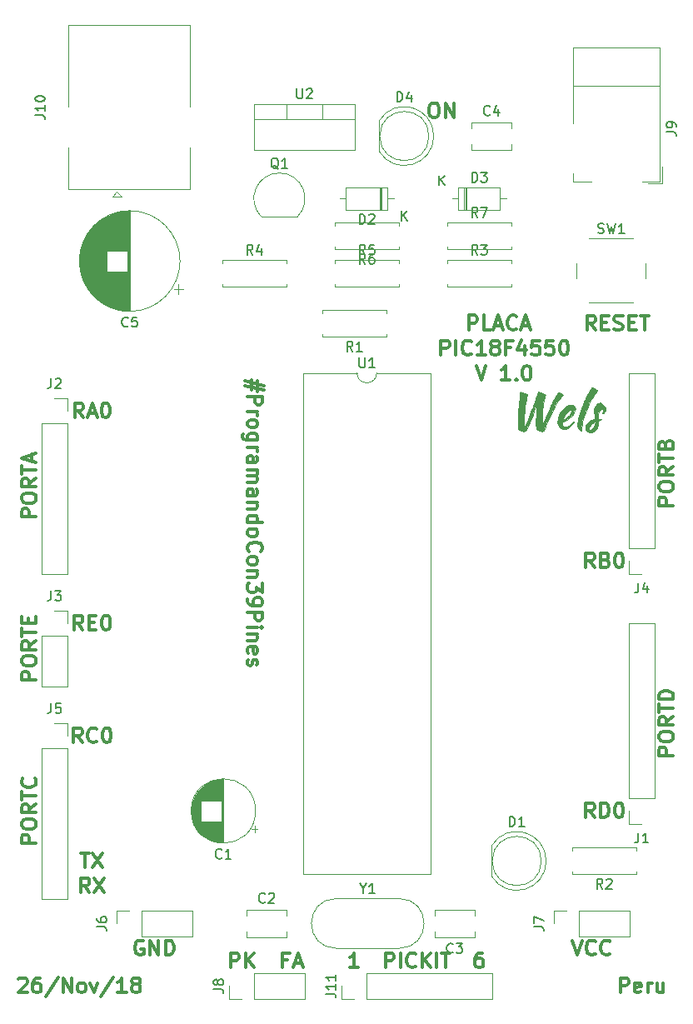
<source format=gbr>
G04 #@! TF.GenerationSoftware,KiCad,Pcbnew,(5.0.0)*
G04 #@! TF.CreationDate,2019-01-26T20:15:58-05:00*
G04 #@! TF.ProjectId,Placa_PIC18F4550,506C6163615F50494331384634353530,rev?*
G04 #@! TF.SameCoordinates,Original*
G04 #@! TF.FileFunction,Legend,Top*
G04 #@! TF.FilePolarity,Positive*
%FSLAX46Y46*%
G04 Gerber Fmt 4.6, Leading zero omitted, Abs format (unit mm)*
G04 Created by KiCad (PCBNEW (5.0.0)) date 01/26/19 20:15:58*
%MOMM*%
%LPD*%
G01*
G04 APERTURE LIST*
%ADD10C,0.300000*%
%ADD11C,0.010000*%
%ADD12C,0.120000*%
%ADD13C,0.150000*%
G04 APERTURE END LIST*
D10*
X79061428Y-92215714D02*
X79061428Y-93287142D01*
X79704285Y-92644285D02*
X77775714Y-92215714D01*
X78418571Y-93144285D02*
X78418571Y-92072857D01*
X77775714Y-92715714D02*
X79704285Y-93144285D01*
X78061428Y-93787142D02*
X79561428Y-93787142D01*
X79561428Y-94358571D01*
X79490000Y-94501428D01*
X79418571Y-94572857D01*
X79275714Y-94644285D01*
X79061428Y-94644285D01*
X78918571Y-94572857D01*
X78847142Y-94501428D01*
X78775714Y-94358571D01*
X78775714Y-93787142D01*
X78061428Y-95287142D02*
X79061428Y-95287142D01*
X78775714Y-95287142D02*
X78918571Y-95358571D01*
X78990000Y-95430000D01*
X79061428Y-95572857D01*
X79061428Y-95715714D01*
X78061428Y-96430000D02*
X78132857Y-96287142D01*
X78204285Y-96215714D01*
X78347142Y-96144285D01*
X78775714Y-96144285D01*
X78918571Y-96215714D01*
X78990000Y-96287142D01*
X79061428Y-96430000D01*
X79061428Y-96644285D01*
X78990000Y-96787142D01*
X78918571Y-96858571D01*
X78775714Y-96930000D01*
X78347142Y-96930000D01*
X78204285Y-96858571D01*
X78132857Y-96787142D01*
X78061428Y-96644285D01*
X78061428Y-96430000D01*
X79061428Y-98215714D02*
X77847142Y-98215714D01*
X77704285Y-98144285D01*
X77632857Y-98072857D01*
X77561428Y-97930000D01*
X77561428Y-97715714D01*
X77632857Y-97572857D01*
X78132857Y-98215714D02*
X78061428Y-98072857D01*
X78061428Y-97787142D01*
X78132857Y-97644285D01*
X78204285Y-97572857D01*
X78347142Y-97501428D01*
X78775714Y-97501428D01*
X78918571Y-97572857D01*
X78990000Y-97644285D01*
X79061428Y-97787142D01*
X79061428Y-98072857D01*
X78990000Y-98215714D01*
X78061428Y-98930000D02*
X79061428Y-98930000D01*
X78775714Y-98930000D02*
X78918571Y-99001428D01*
X78990000Y-99072857D01*
X79061428Y-99215714D01*
X79061428Y-99358571D01*
X78061428Y-100501428D02*
X78847142Y-100501428D01*
X78990000Y-100430000D01*
X79061428Y-100287142D01*
X79061428Y-100001428D01*
X78990000Y-99858571D01*
X78132857Y-100501428D02*
X78061428Y-100358571D01*
X78061428Y-100001428D01*
X78132857Y-99858571D01*
X78275714Y-99787142D01*
X78418571Y-99787142D01*
X78561428Y-99858571D01*
X78632857Y-100001428D01*
X78632857Y-100358571D01*
X78704285Y-100501428D01*
X78061428Y-101215714D02*
X79061428Y-101215714D01*
X78918571Y-101215714D02*
X78990000Y-101287142D01*
X79061428Y-101430000D01*
X79061428Y-101644285D01*
X78990000Y-101787142D01*
X78847142Y-101858571D01*
X78061428Y-101858571D01*
X78847142Y-101858571D02*
X78990000Y-101930000D01*
X79061428Y-102072857D01*
X79061428Y-102287142D01*
X78990000Y-102430000D01*
X78847142Y-102501428D01*
X78061428Y-102501428D01*
X78061428Y-103858571D02*
X78847142Y-103858571D01*
X78990000Y-103787142D01*
X79061428Y-103644285D01*
X79061428Y-103358571D01*
X78990000Y-103215714D01*
X78132857Y-103858571D02*
X78061428Y-103715714D01*
X78061428Y-103358571D01*
X78132857Y-103215714D01*
X78275714Y-103144285D01*
X78418571Y-103144285D01*
X78561428Y-103215714D01*
X78632857Y-103358571D01*
X78632857Y-103715714D01*
X78704285Y-103858571D01*
X79061428Y-104572857D02*
X78061428Y-104572857D01*
X78918571Y-104572857D02*
X78990000Y-104644285D01*
X79061428Y-104787142D01*
X79061428Y-105001428D01*
X78990000Y-105144285D01*
X78847142Y-105215714D01*
X78061428Y-105215714D01*
X78061428Y-106572857D02*
X79561428Y-106572857D01*
X78132857Y-106572857D02*
X78061428Y-106430000D01*
X78061428Y-106144285D01*
X78132857Y-106001428D01*
X78204285Y-105930000D01*
X78347142Y-105858571D01*
X78775714Y-105858571D01*
X78918571Y-105930000D01*
X78990000Y-106001428D01*
X79061428Y-106144285D01*
X79061428Y-106430000D01*
X78990000Y-106572857D01*
X78061428Y-107501428D02*
X78132857Y-107358571D01*
X78204285Y-107287142D01*
X78347142Y-107215714D01*
X78775714Y-107215714D01*
X78918571Y-107287142D01*
X78990000Y-107358571D01*
X79061428Y-107501428D01*
X79061428Y-107715714D01*
X78990000Y-107858571D01*
X78918571Y-107930000D01*
X78775714Y-108001428D01*
X78347142Y-108001428D01*
X78204285Y-107930000D01*
X78132857Y-107858571D01*
X78061428Y-107715714D01*
X78061428Y-107501428D01*
X78204285Y-109501428D02*
X78132857Y-109430000D01*
X78061428Y-109215714D01*
X78061428Y-109072857D01*
X78132857Y-108858571D01*
X78275714Y-108715714D01*
X78418571Y-108644285D01*
X78704285Y-108572857D01*
X78918571Y-108572857D01*
X79204285Y-108644285D01*
X79347142Y-108715714D01*
X79490000Y-108858571D01*
X79561428Y-109072857D01*
X79561428Y-109215714D01*
X79490000Y-109430000D01*
X79418571Y-109501428D01*
X78061428Y-110358571D02*
X78132857Y-110215714D01*
X78204285Y-110144285D01*
X78347142Y-110072857D01*
X78775714Y-110072857D01*
X78918571Y-110144285D01*
X78990000Y-110215714D01*
X79061428Y-110358571D01*
X79061428Y-110572857D01*
X78990000Y-110715714D01*
X78918571Y-110787142D01*
X78775714Y-110858571D01*
X78347142Y-110858571D01*
X78204285Y-110787142D01*
X78132857Y-110715714D01*
X78061428Y-110572857D01*
X78061428Y-110358571D01*
X79061428Y-111501428D02*
X78061428Y-111501428D01*
X78918571Y-111501428D02*
X78990000Y-111572857D01*
X79061428Y-111715714D01*
X79061428Y-111930000D01*
X78990000Y-112072857D01*
X78847142Y-112144285D01*
X78061428Y-112144285D01*
X79561428Y-112715714D02*
X79561428Y-113644285D01*
X78990000Y-113144285D01*
X78990000Y-113358571D01*
X78918571Y-113501428D01*
X78847142Y-113572857D01*
X78704285Y-113644285D01*
X78347142Y-113644285D01*
X78204285Y-113572857D01*
X78132857Y-113501428D01*
X78061428Y-113358571D01*
X78061428Y-112930000D01*
X78132857Y-112787142D01*
X78204285Y-112715714D01*
X78061428Y-114358571D02*
X78061428Y-114644285D01*
X78132857Y-114787142D01*
X78204285Y-114858571D01*
X78418571Y-115001428D01*
X78704285Y-115072857D01*
X79275714Y-115072857D01*
X79418571Y-115001428D01*
X79490000Y-114930000D01*
X79561428Y-114787142D01*
X79561428Y-114501428D01*
X79490000Y-114358571D01*
X79418571Y-114287142D01*
X79275714Y-114215714D01*
X78918571Y-114215714D01*
X78775714Y-114287142D01*
X78704285Y-114358571D01*
X78632857Y-114501428D01*
X78632857Y-114787142D01*
X78704285Y-114930000D01*
X78775714Y-115001428D01*
X78918571Y-115072857D01*
X78061428Y-115715714D02*
X79561428Y-115715714D01*
X79561428Y-116287142D01*
X79490000Y-116430000D01*
X79418571Y-116501428D01*
X79275714Y-116572857D01*
X79061428Y-116572857D01*
X78918571Y-116501428D01*
X78847142Y-116430000D01*
X78775714Y-116287142D01*
X78775714Y-115715714D01*
X78061428Y-117215714D02*
X79061428Y-117215714D01*
X79561428Y-117215714D02*
X79490000Y-117144285D01*
X79418571Y-117215714D01*
X79490000Y-117287142D01*
X79561428Y-117215714D01*
X79418571Y-117215714D01*
X79061428Y-117930000D02*
X78061428Y-117930000D01*
X78918571Y-117930000D02*
X78990000Y-118001428D01*
X79061428Y-118144285D01*
X79061428Y-118358571D01*
X78990000Y-118501428D01*
X78847142Y-118572857D01*
X78061428Y-118572857D01*
X78132857Y-119858571D02*
X78061428Y-119715714D01*
X78061428Y-119430000D01*
X78132857Y-119287142D01*
X78275714Y-119215714D01*
X78847142Y-119215714D01*
X78990000Y-119287142D01*
X79061428Y-119430000D01*
X79061428Y-119715714D01*
X78990000Y-119858571D01*
X78847142Y-119930000D01*
X78704285Y-119930000D01*
X78561428Y-119215714D01*
X78132857Y-120501428D02*
X78061428Y-120644285D01*
X78061428Y-120930000D01*
X78132857Y-121072857D01*
X78275714Y-121144285D01*
X78347142Y-121144285D01*
X78490000Y-121072857D01*
X78561428Y-120930000D01*
X78561428Y-120715714D01*
X78632857Y-120572857D01*
X78775714Y-120501428D01*
X78847142Y-120501428D01*
X78990000Y-120572857D01*
X79061428Y-120715714D01*
X79061428Y-120930000D01*
X78990000Y-121072857D01*
X115931428Y-154348571D02*
X115931428Y-152848571D01*
X116502857Y-152848571D01*
X116645714Y-152920000D01*
X116717142Y-152991428D01*
X116788571Y-153134285D01*
X116788571Y-153348571D01*
X116717142Y-153491428D01*
X116645714Y-153562857D01*
X116502857Y-153634285D01*
X115931428Y-153634285D01*
X118002857Y-154277142D02*
X117860000Y-154348571D01*
X117574285Y-154348571D01*
X117431428Y-154277142D01*
X117360000Y-154134285D01*
X117360000Y-153562857D01*
X117431428Y-153420000D01*
X117574285Y-153348571D01*
X117860000Y-153348571D01*
X118002857Y-153420000D01*
X118074285Y-153562857D01*
X118074285Y-153705714D01*
X117360000Y-153848571D01*
X118717142Y-154348571D02*
X118717142Y-153348571D01*
X118717142Y-153634285D02*
X118788571Y-153491428D01*
X118860000Y-153420000D01*
X119002857Y-153348571D01*
X119145714Y-153348571D01*
X120288571Y-153348571D02*
X120288571Y-154348571D01*
X119645714Y-153348571D02*
X119645714Y-154134285D01*
X119717142Y-154277142D01*
X119860000Y-154348571D01*
X120074285Y-154348571D01*
X120217142Y-154277142D01*
X120288571Y-154205714D01*
X54781428Y-152991428D02*
X54852857Y-152920000D01*
X54995714Y-152848571D01*
X55352857Y-152848571D01*
X55495714Y-152920000D01*
X55567142Y-152991428D01*
X55638571Y-153134285D01*
X55638571Y-153277142D01*
X55567142Y-153491428D01*
X54710000Y-154348571D01*
X55638571Y-154348571D01*
X56924285Y-152848571D02*
X56638571Y-152848571D01*
X56495714Y-152920000D01*
X56424285Y-152991428D01*
X56281428Y-153205714D01*
X56210000Y-153491428D01*
X56210000Y-154062857D01*
X56281428Y-154205714D01*
X56352857Y-154277142D01*
X56495714Y-154348571D01*
X56781428Y-154348571D01*
X56924285Y-154277142D01*
X56995714Y-154205714D01*
X57067142Y-154062857D01*
X57067142Y-153705714D01*
X56995714Y-153562857D01*
X56924285Y-153491428D01*
X56781428Y-153420000D01*
X56495714Y-153420000D01*
X56352857Y-153491428D01*
X56281428Y-153562857D01*
X56210000Y-153705714D01*
X58781428Y-152777142D02*
X57495714Y-154705714D01*
X59281428Y-154348571D02*
X59281428Y-152848571D01*
X60138571Y-154348571D01*
X60138571Y-152848571D01*
X61067142Y-154348571D02*
X60924285Y-154277142D01*
X60852857Y-154205714D01*
X60781428Y-154062857D01*
X60781428Y-153634285D01*
X60852857Y-153491428D01*
X60924285Y-153420000D01*
X61067142Y-153348571D01*
X61281428Y-153348571D01*
X61424285Y-153420000D01*
X61495714Y-153491428D01*
X61567142Y-153634285D01*
X61567142Y-154062857D01*
X61495714Y-154205714D01*
X61424285Y-154277142D01*
X61281428Y-154348571D01*
X61067142Y-154348571D01*
X62067142Y-153348571D02*
X62424285Y-154348571D01*
X62781428Y-153348571D01*
X64424285Y-152777142D02*
X63138571Y-154705714D01*
X65710000Y-154348571D02*
X64852857Y-154348571D01*
X65281428Y-154348571D02*
X65281428Y-152848571D01*
X65138571Y-153062857D01*
X64995714Y-153205714D01*
X64852857Y-153277142D01*
X66567142Y-153491428D02*
X66424285Y-153420000D01*
X66352857Y-153348571D01*
X66281428Y-153205714D01*
X66281428Y-153134285D01*
X66352857Y-152991428D01*
X66424285Y-152920000D01*
X66567142Y-152848571D01*
X66852857Y-152848571D01*
X66995714Y-152920000D01*
X67067142Y-152991428D01*
X67138571Y-153134285D01*
X67138571Y-153205714D01*
X67067142Y-153348571D01*
X66995714Y-153420000D01*
X66852857Y-153491428D01*
X66567142Y-153491428D01*
X66424285Y-153562857D01*
X66352857Y-153634285D01*
X66281428Y-153777142D01*
X66281428Y-154062857D01*
X66352857Y-154205714D01*
X66424285Y-154277142D01*
X66567142Y-154348571D01*
X66852857Y-154348571D01*
X66995714Y-154277142D01*
X67067142Y-154205714D01*
X67138571Y-154062857D01*
X67138571Y-153777142D01*
X67067142Y-153634285D01*
X66995714Y-153562857D01*
X66852857Y-153491428D01*
X100532857Y-87028571D02*
X100532857Y-85528571D01*
X101104285Y-85528571D01*
X101247142Y-85600000D01*
X101318571Y-85671428D01*
X101390000Y-85814285D01*
X101390000Y-86028571D01*
X101318571Y-86171428D01*
X101247142Y-86242857D01*
X101104285Y-86314285D01*
X100532857Y-86314285D01*
X102747142Y-87028571D02*
X102032857Y-87028571D01*
X102032857Y-85528571D01*
X103175714Y-86600000D02*
X103890000Y-86600000D01*
X103032857Y-87028571D02*
X103532857Y-85528571D01*
X104032857Y-87028571D01*
X105390000Y-86885714D02*
X105318571Y-86957142D01*
X105104285Y-87028571D01*
X104961428Y-87028571D01*
X104747142Y-86957142D01*
X104604285Y-86814285D01*
X104532857Y-86671428D01*
X104461428Y-86385714D01*
X104461428Y-86171428D01*
X104532857Y-85885714D01*
X104604285Y-85742857D01*
X104747142Y-85600000D01*
X104961428Y-85528571D01*
X105104285Y-85528571D01*
X105318571Y-85600000D01*
X105390000Y-85671428D01*
X105961428Y-86600000D02*
X106675714Y-86600000D01*
X105818571Y-87028571D02*
X106318571Y-85528571D01*
X106818571Y-87028571D01*
X97711428Y-89578571D02*
X97711428Y-88078571D01*
X98282857Y-88078571D01*
X98425714Y-88150000D01*
X98497142Y-88221428D01*
X98568571Y-88364285D01*
X98568571Y-88578571D01*
X98497142Y-88721428D01*
X98425714Y-88792857D01*
X98282857Y-88864285D01*
X97711428Y-88864285D01*
X99211428Y-89578571D02*
X99211428Y-88078571D01*
X100782857Y-89435714D02*
X100711428Y-89507142D01*
X100497142Y-89578571D01*
X100354285Y-89578571D01*
X100140000Y-89507142D01*
X99997142Y-89364285D01*
X99925714Y-89221428D01*
X99854285Y-88935714D01*
X99854285Y-88721428D01*
X99925714Y-88435714D01*
X99997142Y-88292857D01*
X100140000Y-88150000D01*
X100354285Y-88078571D01*
X100497142Y-88078571D01*
X100711428Y-88150000D01*
X100782857Y-88221428D01*
X102211428Y-89578571D02*
X101354285Y-89578571D01*
X101782857Y-89578571D02*
X101782857Y-88078571D01*
X101640000Y-88292857D01*
X101497142Y-88435714D01*
X101354285Y-88507142D01*
X103068571Y-88721428D02*
X102925714Y-88650000D01*
X102854285Y-88578571D01*
X102782857Y-88435714D01*
X102782857Y-88364285D01*
X102854285Y-88221428D01*
X102925714Y-88150000D01*
X103068571Y-88078571D01*
X103354285Y-88078571D01*
X103497142Y-88150000D01*
X103568571Y-88221428D01*
X103640000Y-88364285D01*
X103640000Y-88435714D01*
X103568571Y-88578571D01*
X103497142Y-88650000D01*
X103354285Y-88721428D01*
X103068571Y-88721428D01*
X102925714Y-88792857D01*
X102854285Y-88864285D01*
X102782857Y-89007142D01*
X102782857Y-89292857D01*
X102854285Y-89435714D01*
X102925714Y-89507142D01*
X103068571Y-89578571D01*
X103354285Y-89578571D01*
X103497142Y-89507142D01*
X103568571Y-89435714D01*
X103640000Y-89292857D01*
X103640000Y-89007142D01*
X103568571Y-88864285D01*
X103497142Y-88792857D01*
X103354285Y-88721428D01*
X104782857Y-88792857D02*
X104282857Y-88792857D01*
X104282857Y-89578571D02*
X104282857Y-88078571D01*
X104997142Y-88078571D01*
X106211428Y-88578571D02*
X106211428Y-89578571D01*
X105854285Y-88007142D02*
X105497142Y-89078571D01*
X106425714Y-89078571D01*
X107711428Y-88078571D02*
X106997142Y-88078571D01*
X106925714Y-88792857D01*
X106997142Y-88721428D01*
X107140000Y-88650000D01*
X107497142Y-88650000D01*
X107640000Y-88721428D01*
X107711428Y-88792857D01*
X107782857Y-88935714D01*
X107782857Y-89292857D01*
X107711428Y-89435714D01*
X107640000Y-89507142D01*
X107497142Y-89578571D01*
X107140000Y-89578571D01*
X106997142Y-89507142D01*
X106925714Y-89435714D01*
X109140000Y-88078571D02*
X108425714Y-88078571D01*
X108354285Y-88792857D01*
X108425714Y-88721428D01*
X108568571Y-88650000D01*
X108925714Y-88650000D01*
X109068571Y-88721428D01*
X109140000Y-88792857D01*
X109211428Y-88935714D01*
X109211428Y-89292857D01*
X109140000Y-89435714D01*
X109068571Y-89507142D01*
X108925714Y-89578571D01*
X108568571Y-89578571D01*
X108425714Y-89507142D01*
X108354285Y-89435714D01*
X110140000Y-88078571D02*
X110282857Y-88078571D01*
X110425714Y-88150000D01*
X110497142Y-88221428D01*
X110568571Y-88364285D01*
X110640000Y-88650000D01*
X110640000Y-89007142D01*
X110568571Y-89292857D01*
X110497142Y-89435714D01*
X110425714Y-89507142D01*
X110282857Y-89578571D01*
X110140000Y-89578571D01*
X109997142Y-89507142D01*
X109925714Y-89435714D01*
X109854285Y-89292857D01*
X109782857Y-89007142D01*
X109782857Y-88650000D01*
X109854285Y-88364285D01*
X109925714Y-88221428D01*
X109997142Y-88150000D01*
X110140000Y-88078571D01*
X101282857Y-90628571D02*
X101782857Y-92128571D01*
X102282857Y-90628571D01*
X104711428Y-92128571D02*
X103854285Y-92128571D01*
X104282857Y-92128571D02*
X104282857Y-90628571D01*
X104140000Y-90842857D01*
X103997142Y-90985714D01*
X103854285Y-91057142D01*
X105354285Y-91985714D02*
X105425714Y-92057142D01*
X105354285Y-92128571D01*
X105282857Y-92057142D01*
X105354285Y-91985714D01*
X105354285Y-92128571D01*
X106354285Y-90628571D02*
X106497142Y-90628571D01*
X106640000Y-90700000D01*
X106711428Y-90771428D01*
X106782857Y-90914285D01*
X106854285Y-91200000D01*
X106854285Y-91557142D01*
X106782857Y-91842857D01*
X106711428Y-91985714D01*
X106640000Y-92057142D01*
X106497142Y-92128571D01*
X106354285Y-92128571D01*
X106211428Y-92057142D01*
X106140000Y-91985714D01*
X106068571Y-91842857D01*
X105997142Y-91557142D01*
X105997142Y-91200000D01*
X106068571Y-90914285D01*
X106140000Y-90771428D01*
X106211428Y-90700000D01*
X106354285Y-90628571D01*
X61980000Y-144188571D02*
X61480000Y-143474285D01*
X61122857Y-144188571D02*
X61122857Y-142688571D01*
X61694285Y-142688571D01*
X61837142Y-142760000D01*
X61908571Y-142831428D01*
X61980000Y-142974285D01*
X61980000Y-143188571D01*
X61908571Y-143331428D01*
X61837142Y-143402857D01*
X61694285Y-143474285D01*
X61122857Y-143474285D01*
X62480000Y-142688571D02*
X63480000Y-144188571D01*
X63480000Y-142688571D02*
X62480000Y-144188571D01*
X61087142Y-140148571D02*
X61944285Y-140148571D01*
X61515714Y-141648571D02*
X61515714Y-140148571D01*
X62301428Y-140148571D02*
X63301428Y-141648571D01*
X63301428Y-140148571D02*
X62301428Y-141648571D01*
X96861428Y-63948571D02*
X97147142Y-63948571D01*
X97290000Y-64020000D01*
X97432857Y-64162857D01*
X97504285Y-64448571D01*
X97504285Y-64948571D01*
X97432857Y-65234285D01*
X97290000Y-65377142D01*
X97147142Y-65448571D01*
X96861428Y-65448571D01*
X96718571Y-65377142D01*
X96575714Y-65234285D01*
X96504285Y-64948571D01*
X96504285Y-64448571D01*
X96575714Y-64162857D01*
X96718571Y-64020000D01*
X96861428Y-63948571D01*
X98147142Y-65448571D02*
X98147142Y-63948571D01*
X99004285Y-65448571D01*
X99004285Y-63948571D01*
X113391428Y-87038571D02*
X112891428Y-86324285D01*
X112534285Y-87038571D02*
X112534285Y-85538571D01*
X113105714Y-85538571D01*
X113248571Y-85610000D01*
X113320000Y-85681428D01*
X113391428Y-85824285D01*
X113391428Y-86038571D01*
X113320000Y-86181428D01*
X113248571Y-86252857D01*
X113105714Y-86324285D01*
X112534285Y-86324285D01*
X114034285Y-86252857D02*
X114534285Y-86252857D01*
X114748571Y-87038571D02*
X114034285Y-87038571D01*
X114034285Y-85538571D01*
X114748571Y-85538571D01*
X115320000Y-86967142D02*
X115534285Y-87038571D01*
X115891428Y-87038571D01*
X116034285Y-86967142D01*
X116105714Y-86895714D01*
X116177142Y-86752857D01*
X116177142Y-86610000D01*
X116105714Y-86467142D01*
X116034285Y-86395714D01*
X115891428Y-86324285D01*
X115605714Y-86252857D01*
X115462857Y-86181428D01*
X115391428Y-86110000D01*
X115320000Y-85967142D01*
X115320000Y-85824285D01*
X115391428Y-85681428D01*
X115462857Y-85610000D01*
X115605714Y-85538571D01*
X115962857Y-85538571D01*
X116177142Y-85610000D01*
X116820000Y-86252857D02*
X117320000Y-86252857D01*
X117534285Y-87038571D02*
X116820000Y-87038571D01*
X116820000Y-85538571D01*
X117534285Y-85538571D01*
X117962857Y-85538571D02*
X118820000Y-85538571D01*
X118391428Y-87038571D02*
X118391428Y-85538571D01*
X121328571Y-104850000D02*
X119828571Y-104850000D01*
X119828571Y-104278571D01*
X119900000Y-104135714D01*
X119971428Y-104064285D01*
X120114285Y-103992857D01*
X120328571Y-103992857D01*
X120471428Y-104064285D01*
X120542857Y-104135714D01*
X120614285Y-104278571D01*
X120614285Y-104850000D01*
X119828571Y-103064285D02*
X119828571Y-102778571D01*
X119900000Y-102635714D01*
X120042857Y-102492857D01*
X120328571Y-102421428D01*
X120828571Y-102421428D01*
X121114285Y-102492857D01*
X121257142Y-102635714D01*
X121328571Y-102778571D01*
X121328571Y-103064285D01*
X121257142Y-103207142D01*
X121114285Y-103350000D01*
X120828571Y-103421428D01*
X120328571Y-103421428D01*
X120042857Y-103350000D01*
X119900000Y-103207142D01*
X119828571Y-103064285D01*
X121328571Y-100921428D02*
X120614285Y-101421428D01*
X121328571Y-101778571D02*
X119828571Y-101778571D01*
X119828571Y-101207142D01*
X119900000Y-101064285D01*
X119971428Y-100992857D01*
X120114285Y-100921428D01*
X120328571Y-100921428D01*
X120471428Y-100992857D01*
X120542857Y-101064285D01*
X120614285Y-101207142D01*
X120614285Y-101778571D01*
X119828571Y-100492857D02*
X119828571Y-99635714D01*
X121328571Y-100064285D02*
X119828571Y-100064285D01*
X120542857Y-98635714D02*
X120614285Y-98421428D01*
X120685714Y-98350000D01*
X120828571Y-98278571D01*
X121042857Y-98278571D01*
X121185714Y-98350000D01*
X121257142Y-98421428D01*
X121328571Y-98564285D01*
X121328571Y-99135714D01*
X119828571Y-99135714D01*
X119828571Y-98635714D01*
X119900000Y-98492857D01*
X119971428Y-98421428D01*
X120114285Y-98350000D01*
X120257142Y-98350000D01*
X120400000Y-98421428D01*
X120471428Y-98492857D01*
X120542857Y-98635714D01*
X120542857Y-99135714D01*
X113300000Y-111168571D02*
X112800000Y-110454285D01*
X112442857Y-111168571D02*
X112442857Y-109668571D01*
X113014285Y-109668571D01*
X113157142Y-109740000D01*
X113228571Y-109811428D01*
X113300000Y-109954285D01*
X113300000Y-110168571D01*
X113228571Y-110311428D01*
X113157142Y-110382857D01*
X113014285Y-110454285D01*
X112442857Y-110454285D01*
X114442857Y-110382857D02*
X114657142Y-110454285D01*
X114728571Y-110525714D01*
X114800000Y-110668571D01*
X114800000Y-110882857D01*
X114728571Y-111025714D01*
X114657142Y-111097142D01*
X114514285Y-111168571D01*
X113942857Y-111168571D01*
X113942857Y-109668571D01*
X114442857Y-109668571D01*
X114585714Y-109740000D01*
X114657142Y-109811428D01*
X114728571Y-109954285D01*
X114728571Y-110097142D01*
X114657142Y-110240000D01*
X114585714Y-110311428D01*
X114442857Y-110382857D01*
X113942857Y-110382857D01*
X115728571Y-109668571D02*
X115871428Y-109668571D01*
X116014285Y-109740000D01*
X116085714Y-109811428D01*
X116157142Y-109954285D01*
X116228571Y-110240000D01*
X116228571Y-110597142D01*
X116157142Y-110882857D01*
X116085714Y-111025714D01*
X116014285Y-111097142D01*
X115871428Y-111168571D01*
X115728571Y-111168571D01*
X115585714Y-111097142D01*
X115514285Y-111025714D01*
X115442857Y-110882857D01*
X115371428Y-110597142D01*
X115371428Y-110240000D01*
X115442857Y-109954285D01*
X115514285Y-109811428D01*
X115585714Y-109740000D01*
X115728571Y-109668571D01*
X121328571Y-130250000D02*
X119828571Y-130250000D01*
X119828571Y-129678571D01*
X119900000Y-129535714D01*
X119971428Y-129464285D01*
X120114285Y-129392857D01*
X120328571Y-129392857D01*
X120471428Y-129464285D01*
X120542857Y-129535714D01*
X120614285Y-129678571D01*
X120614285Y-130250000D01*
X119828571Y-128464285D02*
X119828571Y-128178571D01*
X119900000Y-128035714D01*
X120042857Y-127892857D01*
X120328571Y-127821428D01*
X120828571Y-127821428D01*
X121114285Y-127892857D01*
X121257142Y-128035714D01*
X121328571Y-128178571D01*
X121328571Y-128464285D01*
X121257142Y-128607142D01*
X121114285Y-128750000D01*
X120828571Y-128821428D01*
X120328571Y-128821428D01*
X120042857Y-128750000D01*
X119900000Y-128607142D01*
X119828571Y-128464285D01*
X121328571Y-126321428D02*
X120614285Y-126821428D01*
X121328571Y-127178571D02*
X119828571Y-127178571D01*
X119828571Y-126607142D01*
X119900000Y-126464285D01*
X119971428Y-126392857D01*
X120114285Y-126321428D01*
X120328571Y-126321428D01*
X120471428Y-126392857D01*
X120542857Y-126464285D01*
X120614285Y-126607142D01*
X120614285Y-127178571D01*
X119828571Y-125892857D02*
X119828571Y-125035714D01*
X121328571Y-125464285D02*
X119828571Y-125464285D01*
X121328571Y-124535714D02*
X119828571Y-124535714D01*
X119828571Y-124178571D01*
X119900000Y-123964285D01*
X120042857Y-123821428D01*
X120185714Y-123750000D01*
X120471428Y-123678571D01*
X120685714Y-123678571D01*
X120971428Y-123750000D01*
X121114285Y-123821428D01*
X121257142Y-123964285D01*
X121328571Y-124178571D01*
X121328571Y-124535714D01*
X113300000Y-136568571D02*
X112800000Y-135854285D01*
X112442857Y-136568571D02*
X112442857Y-135068571D01*
X113014285Y-135068571D01*
X113157142Y-135140000D01*
X113228571Y-135211428D01*
X113300000Y-135354285D01*
X113300000Y-135568571D01*
X113228571Y-135711428D01*
X113157142Y-135782857D01*
X113014285Y-135854285D01*
X112442857Y-135854285D01*
X113942857Y-136568571D02*
X113942857Y-135068571D01*
X114300000Y-135068571D01*
X114514285Y-135140000D01*
X114657142Y-135282857D01*
X114728571Y-135425714D01*
X114800000Y-135711428D01*
X114800000Y-135925714D01*
X114728571Y-136211428D01*
X114657142Y-136354285D01*
X114514285Y-136497142D01*
X114300000Y-136568571D01*
X113942857Y-136568571D01*
X115728571Y-135068571D02*
X115871428Y-135068571D01*
X116014285Y-135140000D01*
X116085714Y-135211428D01*
X116157142Y-135354285D01*
X116228571Y-135640000D01*
X116228571Y-135997142D01*
X116157142Y-136282857D01*
X116085714Y-136425714D01*
X116014285Y-136497142D01*
X115871428Y-136568571D01*
X115728571Y-136568571D01*
X115585714Y-136497142D01*
X115514285Y-136425714D01*
X115442857Y-136282857D01*
X115371428Y-135997142D01*
X115371428Y-135640000D01*
X115442857Y-135354285D01*
X115514285Y-135211428D01*
X115585714Y-135140000D01*
X115728571Y-135068571D01*
X101885714Y-150308571D02*
X101600000Y-150308571D01*
X101457142Y-150380000D01*
X101385714Y-150451428D01*
X101242857Y-150665714D01*
X101171428Y-150951428D01*
X101171428Y-151522857D01*
X101242857Y-151665714D01*
X101314285Y-151737142D01*
X101457142Y-151808571D01*
X101742857Y-151808571D01*
X101885714Y-151737142D01*
X101957142Y-151665714D01*
X102028571Y-151522857D01*
X102028571Y-151165714D01*
X101957142Y-151022857D01*
X101885714Y-150951428D01*
X101742857Y-150880000D01*
X101457142Y-150880000D01*
X101314285Y-150951428D01*
X101242857Y-151022857D01*
X101171428Y-151165714D01*
X89328571Y-151808571D02*
X88471428Y-151808571D01*
X88900000Y-151808571D02*
X88900000Y-150308571D01*
X88757142Y-150522857D01*
X88614285Y-150665714D01*
X88471428Y-150737142D01*
X92071428Y-151808571D02*
X92071428Y-150308571D01*
X92642857Y-150308571D01*
X92785714Y-150380000D01*
X92857142Y-150451428D01*
X92928571Y-150594285D01*
X92928571Y-150808571D01*
X92857142Y-150951428D01*
X92785714Y-151022857D01*
X92642857Y-151094285D01*
X92071428Y-151094285D01*
X93571428Y-151808571D02*
X93571428Y-150308571D01*
X95142857Y-151665714D02*
X95071428Y-151737142D01*
X94857142Y-151808571D01*
X94714285Y-151808571D01*
X94500000Y-151737142D01*
X94357142Y-151594285D01*
X94285714Y-151451428D01*
X94214285Y-151165714D01*
X94214285Y-150951428D01*
X94285714Y-150665714D01*
X94357142Y-150522857D01*
X94500000Y-150380000D01*
X94714285Y-150308571D01*
X94857142Y-150308571D01*
X95071428Y-150380000D01*
X95142857Y-150451428D01*
X95785714Y-151808571D02*
X95785714Y-150308571D01*
X96642857Y-151808571D02*
X96000000Y-150951428D01*
X96642857Y-150308571D02*
X95785714Y-151165714D01*
X97285714Y-151808571D02*
X97285714Y-150308571D01*
X97785714Y-150308571D02*
X98642857Y-150308571D01*
X98214285Y-151808571D02*
X98214285Y-150308571D01*
X76327142Y-151808571D02*
X76327142Y-150308571D01*
X76898571Y-150308571D01*
X77041428Y-150380000D01*
X77112857Y-150451428D01*
X77184285Y-150594285D01*
X77184285Y-150808571D01*
X77112857Y-150951428D01*
X77041428Y-151022857D01*
X76898571Y-151094285D01*
X76327142Y-151094285D01*
X77827142Y-151808571D02*
X77827142Y-150308571D01*
X78684285Y-151808571D02*
X78041428Y-150951428D01*
X78684285Y-150308571D02*
X77827142Y-151165714D01*
X82121428Y-151022857D02*
X81621428Y-151022857D01*
X81621428Y-151808571D02*
X81621428Y-150308571D01*
X82335714Y-150308571D01*
X82835714Y-151380000D02*
X83550000Y-151380000D01*
X82692857Y-151808571D02*
X83192857Y-150308571D01*
X83692857Y-151808571D01*
X111030000Y-149038571D02*
X111530000Y-150538571D01*
X112030000Y-149038571D01*
X113387142Y-150395714D02*
X113315714Y-150467142D01*
X113101428Y-150538571D01*
X112958571Y-150538571D01*
X112744285Y-150467142D01*
X112601428Y-150324285D01*
X112530000Y-150181428D01*
X112458571Y-149895714D01*
X112458571Y-149681428D01*
X112530000Y-149395714D01*
X112601428Y-149252857D01*
X112744285Y-149110000D01*
X112958571Y-149038571D01*
X113101428Y-149038571D01*
X113315714Y-149110000D01*
X113387142Y-149181428D01*
X114887142Y-150395714D02*
X114815714Y-150467142D01*
X114601428Y-150538571D01*
X114458571Y-150538571D01*
X114244285Y-150467142D01*
X114101428Y-150324285D01*
X114030000Y-150181428D01*
X113958571Y-149895714D01*
X113958571Y-149681428D01*
X114030000Y-149395714D01*
X114101428Y-149252857D01*
X114244285Y-149110000D01*
X114458571Y-149038571D01*
X114601428Y-149038571D01*
X114815714Y-149110000D01*
X114887142Y-149181428D01*
X67437142Y-149110000D02*
X67294285Y-149038571D01*
X67080000Y-149038571D01*
X66865714Y-149110000D01*
X66722857Y-149252857D01*
X66651428Y-149395714D01*
X66580000Y-149681428D01*
X66580000Y-149895714D01*
X66651428Y-150181428D01*
X66722857Y-150324285D01*
X66865714Y-150467142D01*
X67080000Y-150538571D01*
X67222857Y-150538571D01*
X67437142Y-150467142D01*
X67508571Y-150395714D01*
X67508571Y-149895714D01*
X67222857Y-149895714D01*
X68151428Y-150538571D02*
X68151428Y-149038571D01*
X69008571Y-150538571D01*
X69008571Y-149038571D01*
X69722857Y-150538571D02*
X69722857Y-149038571D01*
X70080000Y-149038571D01*
X70294285Y-149110000D01*
X70437142Y-149252857D01*
X70508571Y-149395714D01*
X70580000Y-149681428D01*
X70580000Y-149895714D01*
X70508571Y-150181428D01*
X70437142Y-150324285D01*
X70294285Y-150467142D01*
X70080000Y-150538571D01*
X69722857Y-150538571D01*
X56558571Y-139140000D02*
X55058571Y-139140000D01*
X55058571Y-138568571D01*
X55130000Y-138425714D01*
X55201428Y-138354285D01*
X55344285Y-138282857D01*
X55558571Y-138282857D01*
X55701428Y-138354285D01*
X55772857Y-138425714D01*
X55844285Y-138568571D01*
X55844285Y-139140000D01*
X55058571Y-137354285D02*
X55058571Y-137068571D01*
X55130000Y-136925714D01*
X55272857Y-136782857D01*
X55558571Y-136711428D01*
X56058571Y-136711428D01*
X56344285Y-136782857D01*
X56487142Y-136925714D01*
X56558571Y-137068571D01*
X56558571Y-137354285D01*
X56487142Y-137497142D01*
X56344285Y-137640000D01*
X56058571Y-137711428D01*
X55558571Y-137711428D01*
X55272857Y-137640000D01*
X55130000Y-137497142D01*
X55058571Y-137354285D01*
X56558571Y-135211428D02*
X55844285Y-135711428D01*
X56558571Y-136068571D02*
X55058571Y-136068571D01*
X55058571Y-135497142D01*
X55130000Y-135354285D01*
X55201428Y-135282857D01*
X55344285Y-135211428D01*
X55558571Y-135211428D01*
X55701428Y-135282857D01*
X55772857Y-135354285D01*
X55844285Y-135497142D01*
X55844285Y-136068571D01*
X55058571Y-134782857D02*
X55058571Y-133925714D01*
X56558571Y-134354285D02*
X55058571Y-134354285D01*
X56415714Y-132568571D02*
X56487142Y-132640000D01*
X56558571Y-132854285D01*
X56558571Y-132997142D01*
X56487142Y-133211428D01*
X56344285Y-133354285D01*
X56201428Y-133425714D01*
X55915714Y-133497142D01*
X55701428Y-133497142D01*
X55415714Y-133425714D01*
X55272857Y-133354285D01*
X55130000Y-133211428D01*
X55058571Y-132997142D01*
X55058571Y-132854285D01*
X55130000Y-132640000D01*
X55201428Y-132568571D01*
X61230000Y-128948571D02*
X60730000Y-128234285D01*
X60372857Y-128948571D02*
X60372857Y-127448571D01*
X60944285Y-127448571D01*
X61087142Y-127520000D01*
X61158571Y-127591428D01*
X61230000Y-127734285D01*
X61230000Y-127948571D01*
X61158571Y-128091428D01*
X61087142Y-128162857D01*
X60944285Y-128234285D01*
X60372857Y-128234285D01*
X62730000Y-128805714D02*
X62658571Y-128877142D01*
X62444285Y-128948571D01*
X62301428Y-128948571D01*
X62087142Y-128877142D01*
X61944285Y-128734285D01*
X61872857Y-128591428D01*
X61801428Y-128305714D01*
X61801428Y-128091428D01*
X61872857Y-127805714D01*
X61944285Y-127662857D01*
X62087142Y-127520000D01*
X62301428Y-127448571D01*
X62444285Y-127448571D01*
X62658571Y-127520000D01*
X62730000Y-127591428D01*
X63658571Y-127448571D02*
X63801428Y-127448571D01*
X63944285Y-127520000D01*
X64015714Y-127591428D01*
X64087142Y-127734285D01*
X64158571Y-128020000D01*
X64158571Y-128377142D01*
X64087142Y-128662857D01*
X64015714Y-128805714D01*
X63944285Y-128877142D01*
X63801428Y-128948571D01*
X63658571Y-128948571D01*
X63515714Y-128877142D01*
X63444285Y-128805714D01*
X63372857Y-128662857D01*
X63301428Y-128377142D01*
X63301428Y-128020000D01*
X63372857Y-127734285D01*
X63444285Y-127591428D01*
X63515714Y-127520000D01*
X63658571Y-127448571D01*
X61301428Y-117518571D02*
X60801428Y-116804285D01*
X60444285Y-117518571D02*
X60444285Y-116018571D01*
X61015714Y-116018571D01*
X61158571Y-116090000D01*
X61230000Y-116161428D01*
X61301428Y-116304285D01*
X61301428Y-116518571D01*
X61230000Y-116661428D01*
X61158571Y-116732857D01*
X61015714Y-116804285D01*
X60444285Y-116804285D01*
X61944285Y-116732857D02*
X62444285Y-116732857D01*
X62658571Y-117518571D02*
X61944285Y-117518571D01*
X61944285Y-116018571D01*
X62658571Y-116018571D01*
X63587142Y-116018571D02*
X63730000Y-116018571D01*
X63872857Y-116090000D01*
X63944285Y-116161428D01*
X64015714Y-116304285D01*
X64087142Y-116590000D01*
X64087142Y-116947142D01*
X64015714Y-117232857D01*
X63944285Y-117375714D01*
X63872857Y-117447142D01*
X63730000Y-117518571D01*
X63587142Y-117518571D01*
X63444285Y-117447142D01*
X63372857Y-117375714D01*
X63301428Y-117232857D01*
X63230000Y-116947142D01*
X63230000Y-116590000D01*
X63301428Y-116304285D01*
X63372857Y-116161428D01*
X63444285Y-116090000D01*
X63587142Y-116018571D01*
X56558571Y-122558571D02*
X55058571Y-122558571D01*
X55058571Y-121987142D01*
X55130000Y-121844285D01*
X55201428Y-121772857D01*
X55344285Y-121701428D01*
X55558571Y-121701428D01*
X55701428Y-121772857D01*
X55772857Y-121844285D01*
X55844285Y-121987142D01*
X55844285Y-122558571D01*
X55058571Y-120772857D02*
X55058571Y-120487142D01*
X55130000Y-120344285D01*
X55272857Y-120201428D01*
X55558571Y-120130000D01*
X56058571Y-120130000D01*
X56344285Y-120201428D01*
X56487142Y-120344285D01*
X56558571Y-120487142D01*
X56558571Y-120772857D01*
X56487142Y-120915714D01*
X56344285Y-121058571D01*
X56058571Y-121130000D01*
X55558571Y-121130000D01*
X55272857Y-121058571D01*
X55130000Y-120915714D01*
X55058571Y-120772857D01*
X56558571Y-118630000D02*
X55844285Y-119130000D01*
X56558571Y-119487142D02*
X55058571Y-119487142D01*
X55058571Y-118915714D01*
X55130000Y-118772857D01*
X55201428Y-118701428D01*
X55344285Y-118630000D01*
X55558571Y-118630000D01*
X55701428Y-118701428D01*
X55772857Y-118772857D01*
X55844285Y-118915714D01*
X55844285Y-119487142D01*
X55058571Y-118201428D02*
X55058571Y-117344285D01*
X56558571Y-117772857D02*
X55058571Y-117772857D01*
X55772857Y-116844285D02*
X55772857Y-116344285D01*
X56558571Y-116130000D02*
X56558571Y-116844285D01*
X55058571Y-116844285D01*
X55058571Y-116130000D01*
X61337142Y-95928571D02*
X60837142Y-95214285D01*
X60480000Y-95928571D02*
X60480000Y-94428571D01*
X61051428Y-94428571D01*
X61194285Y-94500000D01*
X61265714Y-94571428D01*
X61337142Y-94714285D01*
X61337142Y-94928571D01*
X61265714Y-95071428D01*
X61194285Y-95142857D01*
X61051428Y-95214285D01*
X60480000Y-95214285D01*
X61908571Y-95500000D02*
X62622857Y-95500000D01*
X61765714Y-95928571D02*
X62265714Y-94428571D01*
X62765714Y-95928571D01*
X63551428Y-94428571D02*
X63694285Y-94428571D01*
X63837142Y-94500000D01*
X63908571Y-94571428D01*
X63980000Y-94714285D01*
X64051428Y-95000000D01*
X64051428Y-95357142D01*
X63980000Y-95642857D01*
X63908571Y-95785714D01*
X63837142Y-95857142D01*
X63694285Y-95928571D01*
X63551428Y-95928571D01*
X63408571Y-95857142D01*
X63337142Y-95785714D01*
X63265714Y-95642857D01*
X63194285Y-95357142D01*
X63194285Y-95000000D01*
X63265714Y-94714285D01*
X63337142Y-94571428D01*
X63408571Y-94500000D01*
X63551428Y-94428571D01*
X56558571Y-106012857D02*
X55058571Y-106012857D01*
X55058571Y-105441428D01*
X55130000Y-105298571D01*
X55201428Y-105227142D01*
X55344285Y-105155714D01*
X55558571Y-105155714D01*
X55701428Y-105227142D01*
X55772857Y-105298571D01*
X55844285Y-105441428D01*
X55844285Y-106012857D01*
X55058571Y-104227142D02*
X55058571Y-103941428D01*
X55130000Y-103798571D01*
X55272857Y-103655714D01*
X55558571Y-103584285D01*
X56058571Y-103584285D01*
X56344285Y-103655714D01*
X56487142Y-103798571D01*
X56558571Y-103941428D01*
X56558571Y-104227142D01*
X56487142Y-104370000D01*
X56344285Y-104512857D01*
X56058571Y-104584285D01*
X55558571Y-104584285D01*
X55272857Y-104512857D01*
X55130000Y-104370000D01*
X55058571Y-104227142D01*
X56558571Y-102084285D02*
X55844285Y-102584285D01*
X56558571Y-102941428D02*
X55058571Y-102941428D01*
X55058571Y-102370000D01*
X55130000Y-102227142D01*
X55201428Y-102155714D01*
X55344285Y-102084285D01*
X55558571Y-102084285D01*
X55701428Y-102155714D01*
X55772857Y-102227142D01*
X55844285Y-102370000D01*
X55844285Y-102941428D01*
X55058571Y-101655714D02*
X55058571Y-100798571D01*
X56558571Y-101227142D02*
X55058571Y-101227142D01*
X56130000Y-100370000D02*
X56130000Y-99655714D01*
X56558571Y-100512857D02*
X55058571Y-100012857D01*
X56558571Y-99512857D01*
D11*
G04 #@! TO.C,G\002A\002A\002A*
G36*
X111047717Y-94638825D02*
X111178402Y-94710646D01*
X111258350Y-94781062D01*
X111309432Y-94837898D01*
X111339445Y-94890879D01*
X111350272Y-94952718D01*
X111343801Y-95036128D01*
X111321917Y-95153821D01*
X111317065Y-95176898D01*
X111251672Y-95395290D01*
X111151122Y-95591987D01*
X111012426Y-95770119D01*
X110832592Y-95932817D01*
X110608629Y-96083213D01*
X110337548Y-96224436D01*
X110299981Y-96241700D01*
X110198499Y-96290708D01*
X110115205Y-96336532D01*
X110060725Y-96373002D01*
X110045480Y-96389509D01*
X110037356Y-96455376D01*
X110045675Y-96548530D01*
X110066791Y-96649600D01*
X110097059Y-96739213D01*
X110119187Y-96781070D01*
X110190623Y-96845963D01*
X110287780Y-96870790D01*
X110406914Y-96856867D01*
X110544282Y-96805512D01*
X110696139Y-96718038D01*
X110858743Y-96595765D01*
X110994542Y-96473295D01*
X111068747Y-96403440D01*
X111129784Y-96349660D01*
X111168266Y-96320067D01*
X111175582Y-96316800D01*
X111206018Y-96334071D01*
X111227255Y-96355689D01*
X111235335Y-96375678D01*
X111226850Y-96403741D01*
X111197285Y-96445727D01*
X111142126Y-96507484D01*
X111056857Y-96594863D01*
X110995415Y-96656035D01*
X110873865Y-96773259D01*
X110774781Y-96860504D01*
X110687349Y-96926170D01*
X110600757Y-96978658D01*
X110540800Y-97009207D01*
X110425892Y-97063306D01*
X110343069Y-97096948D01*
X110279109Y-97112655D01*
X110220789Y-97112949D01*
X110154889Y-97100352D01*
X110115888Y-97090254D01*
X109931111Y-97017184D01*
X109780329Y-96907998D01*
X109666023Y-96766422D01*
X109590673Y-96596182D01*
X109556757Y-96401005D01*
X109558849Y-96253298D01*
X109573330Y-96167295D01*
X110086895Y-96167295D01*
X110205897Y-96098625D01*
X110301137Y-96040242D01*
X110402514Y-95973105D01*
X110439536Y-95947028D01*
X110558552Y-95849644D01*
X110678919Y-95731820D01*
X110788205Y-95607222D01*
X110873978Y-95489517D01*
X110905616Y-95434674D01*
X110941951Y-95352796D01*
X110975158Y-95260660D01*
X111001327Y-95171857D01*
X111016548Y-95099975D01*
X111016911Y-95058607D01*
X111014804Y-95055137D01*
X110981407Y-95053805D01*
X110917751Y-95074245D01*
X110836355Y-95110834D01*
X110749740Y-95157951D01*
X110671048Y-95209515D01*
X110548474Y-95319874D01*
X110425082Y-95466995D01*
X110309408Y-95637711D01*
X110209989Y-95818853D01*
X110135362Y-95997252D01*
X110112818Y-96070597D01*
X110086895Y-96167295D01*
X109573330Y-96167295D01*
X109602078Y-95996564D01*
X109685323Y-95739490D01*
X109803295Y-95490144D01*
X109950710Y-95256595D01*
X110122281Y-95046911D01*
X110312722Y-94869160D01*
X110516746Y-94731411D01*
X110575913Y-94700952D01*
X110750817Y-94634488D01*
X110906637Y-94613609D01*
X111047717Y-94638825D01*
X111047717Y-94638825D01*
G37*
X111047717Y-94638825D02*
X111178402Y-94710646D01*
X111258350Y-94781062D01*
X111309432Y-94837898D01*
X111339445Y-94890879D01*
X111350272Y-94952718D01*
X111343801Y-95036128D01*
X111321917Y-95153821D01*
X111317065Y-95176898D01*
X111251672Y-95395290D01*
X111151122Y-95591987D01*
X111012426Y-95770119D01*
X110832592Y-95932817D01*
X110608629Y-96083213D01*
X110337548Y-96224436D01*
X110299981Y-96241700D01*
X110198499Y-96290708D01*
X110115205Y-96336532D01*
X110060725Y-96373002D01*
X110045480Y-96389509D01*
X110037356Y-96455376D01*
X110045675Y-96548530D01*
X110066791Y-96649600D01*
X110097059Y-96739213D01*
X110119187Y-96781070D01*
X110190623Y-96845963D01*
X110287780Y-96870790D01*
X110406914Y-96856867D01*
X110544282Y-96805512D01*
X110696139Y-96718038D01*
X110858743Y-96595765D01*
X110994542Y-96473295D01*
X111068747Y-96403440D01*
X111129784Y-96349660D01*
X111168266Y-96320067D01*
X111175582Y-96316800D01*
X111206018Y-96334071D01*
X111227255Y-96355689D01*
X111235335Y-96375678D01*
X111226850Y-96403741D01*
X111197285Y-96445727D01*
X111142126Y-96507484D01*
X111056857Y-96594863D01*
X110995415Y-96656035D01*
X110873865Y-96773259D01*
X110774781Y-96860504D01*
X110687349Y-96926170D01*
X110600757Y-96978658D01*
X110540800Y-97009207D01*
X110425892Y-97063306D01*
X110343069Y-97096948D01*
X110279109Y-97112655D01*
X110220789Y-97112949D01*
X110154889Y-97100352D01*
X110115888Y-97090254D01*
X109931111Y-97017184D01*
X109780329Y-96907998D01*
X109666023Y-96766422D01*
X109590673Y-96596182D01*
X109556757Y-96401005D01*
X109558849Y-96253298D01*
X109573330Y-96167295D01*
X110086895Y-96167295D01*
X110205897Y-96098625D01*
X110301137Y-96040242D01*
X110402514Y-95973105D01*
X110439536Y-95947028D01*
X110558552Y-95849644D01*
X110678919Y-95731820D01*
X110788205Y-95607222D01*
X110873978Y-95489517D01*
X110905616Y-95434674D01*
X110941951Y-95352796D01*
X110975158Y-95260660D01*
X111001327Y-95171857D01*
X111016548Y-95099975D01*
X111016911Y-95058607D01*
X111014804Y-95055137D01*
X110981407Y-95053805D01*
X110917751Y-95074245D01*
X110836355Y-95110834D01*
X110749740Y-95157951D01*
X110671048Y-95209515D01*
X110548474Y-95319874D01*
X110425082Y-95466995D01*
X110309408Y-95637711D01*
X110209989Y-95818853D01*
X110135362Y-95997252D01*
X110112818Y-96070597D01*
X110086895Y-96167295D01*
X109573330Y-96167295D01*
X109602078Y-95996564D01*
X109685323Y-95739490D01*
X109803295Y-95490144D01*
X109950710Y-95256595D01*
X110122281Y-95046911D01*
X110312722Y-94869160D01*
X110516746Y-94731411D01*
X110575913Y-94700952D01*
X110750817Y-94634488D01*
X110906637Y-94613609D01*
X111047717Y-94638825D01*
G36*
X113107515Y-92851053D02*
X113177539Y-92876983D01*
X113266153Y-92917815D01*
X113361164Y-92967458D01*
X113450378Y-93019822D01*
X113521603Y-93068814D01*
X113533828Y-93078687D01*
X113613673Y-93145872D01*
X113497708Y-93288232D01*
X113400213Y-93415657D01*
X113288039Y-93574805D01*
X113169901Y-93752305D01*
X113054517Y-93934788D01*
X112950602Y-94108882D01*
X112881127Y-94234000D01*
X112747086Y-94503074D01*
X112616984Y-94795556D01*
X112493082Y-95104091D01*
X112377641Y-95421325D01*
X112272923Y-95739902D01*
X112181191Y-96052468D01*
X112104705Y-96351667D01*
X112045728Y-96630146D01*
X112006521Y-96880547D01*
X111989346Y-97095518D01*
X111988749Y-97135950D01*
X111983626Y-97225079D01*
X111965674Y-97271983D01*
X111930684Y-97276983D01*
X111874443Y-97240402D01*
X111792742Y-97162561D01*
X111782245Y-97151727D01*
X111715053Y-97078855D01*
X111659957Y-97013412D01*
X111629078Y-96969872D01*
X111609182Y-96904404D01*
X111595364Y-96802470D01*
X111588098Y-96678095D01*
X111587858Y-96545304D01*
X111595116Y-96418120D01*
X111607341Y-96325954D01*
X111654485Y-96109468D01*
X111722304Y-95856174D01*
X111807843Y-95574234D01*
X111908151Y-95271811D01*
X112020273Y-94957066D01*
X112141256Y-94638163D01*
X112268146Y-94323265D01*
X112397990Y-94020532D01*
X112527834Y-93738128D01*
X112589263Y-93612250D01*
X112665107Y-93465899D01*
X112746044Y-93319597D01*
X112827454Y-93180732D01*
X112904717Y-93056695D01*
X112973212Y-92954875D01*
X113028321Y-92882661D01*
X113065422Y-92847443D01*
X113068275Y-92846118D01*
X113107515Y-92851053D01*
X113107515Y-92851053D01*
G37*
X113107515Y-92851053D02*
X113177539Y-92876983D01*
X113266153Y-92917815D01*
X113361164Y-92967458D01*
X113450378Y-93019822D01*
X113521603Y-93068814D01*
X113533828Y-93078687D01*
X113613673Y-93145872D01*
X113497708Y-93288232D01*
X113400213Y-93415657D01*
X113288039Y-93574805D01*
X113169901Y-93752305D01*
X113054517Y-93934788D01*
X112950602Y-94108882D01*
X112881127Y-94234000D01*
X112747086Y-94503074D01*
X112616984Y-94795556D01*
X112493082Y-95104091D01*
X112377641Y-95421325D01*
X112272923Y-95739902D01*
X112181191Y-96052468D01*
X112104705Y-96351667D01*
X112045728Y-96630146D01*
X112006521Y-96880547D01*
X111989346Y-97095518D01*
X111988749Y-97135950D01*
X111983626Y-97225079D01*
X111965674Y-97271983D01*
X111930684Y-97276983D01*
X111874443Y-97240402D01*
X111792742Y-97162561D01*
X111782245Y-97151727D01*
X111715053Y-97078855D01*
X111659957Y-97013412D01*
X111629078Y-96969872D01*
X111609182Y-96904404D01*
X111595364Y-96802470D01*
X111588098Y-96678095D01*
X111587858Y-96545304D01*
X111595116Y-96418120D01*
X111607341Y-96325954D01*
X111654485Y-96109468D01*
X111722304Y-95856174D01*
X111807843Y-95574234D01*
X111908151Y-95271811D01*
X112020273Y-94957066D01*
X112141256Y-94638163D01*
X112268146Y-94323265D01*
X112397990Y-94020532D01*
X112527834Y-93738128D01*
X112589263Y-93612250D01*
X112665107Y-93465899D01*
X112746044Y-93319597D01*
X112827454Y-93180732D01*
X112904717Y-93056695D01*
X112973212Y-92954875D01*
X113028321Y-92882661D01*
X113065422Y-92847443D01*
X113068275Y-92846118D01*
X113107515Y-92851053D01*
G36*
X105816489Y-93302196D02*
X105889169Y-93323629D01*
X105984402Y-93354659D01*
X106036626Y-93372606D01*
X106173774Y-93424357D01*
X106294298Y-93477022D01*
X106390265Y-93526511D01*
X106453743Y-93568730D01*
X106476799Y-93599587D01*
X106476800Y-93599686D01*
X106470086Y-93633346D01*
X106452112Y-93703314D01*
X106426130Y-93797213D01*
X106412026Y-93846266D01*
X106353460Y-94078260D01*
X106298914Y-94356714D01*
X106249133Y-94677391D01*
X106208728Y-95001221D01*
X106198471Y-95111485D01*
X106188706Y-95251538D01*
X106179602Y-95414707D01*
X106171324Y-95594319D01*
X106164042Y-95783700D01*
X106157923Y-95976179D01*
X106153134Y-96165082D01*
X106149844Y-96343736D01*
X106148219Y-96505469D01*
X106148428Y-96643607D01*
X106150637Y-96751478D01*
X106155016Y-96822409D01*
X106161732Y-96849727D01*
X106162275Y-96849834D01*
X106190330Y-96826403D01*
X106234168Y-96759563D01*
X106291916Y-96653539D01*
X106361697Y-96512552D01*
X106441637Y-96340827D01*
X106529861Y-96142588D01*
X106624493Y-95922056D01*
X106723658Y-95683457D01*
X106825483Y-95431012D01*
X106928090Y-95168946D01*
X107029606Y-94901483D01*
X107041709Y-94869000D01*
X107099344Y-94711251D01*
X107162701Y-94533167D01*
X107228865Y-94343391D01*
X107294924Y-94150565D01*
X107357966Y-93963330D01*
X107415077Y-93790330D01*
X107463344Y-93640206D01*
X107499855Y-93521600D01*
X107519982Y-93450022D01*
X107544223Y-93372715D01*
X107569800Y-93318248D01*
X107584684Y-93302239D01*
X107629992Y-93302685D01*
X107707816Y-93320928D01*
X107807949Y-93352809D01*
X107920180Y-93394165D01*
X108034301Y-93440836D01*
X108140101Y-93488659D01*
X108227372Y-93533473D01*
X108285905Y-93571116D01*
X108305600Y-93596094D01*
X108297879Y-93629288D01*
X108277819Y-93694970D01*
X108254817Y-93764048D01*
X108220621Y-93880952D01*
X108183627Y-94037749D01*
X108145825Y-94223759D01*
X108109208Y-94428305D01*
X108075766Y-94640704D01*
X108047492Y-94850278D01*
X108039318Y-94919800D01*
X108023170Y-95081408D01*
X108008034Y-95267057D01*
X107994261Y-95468514D01*
X107982203Y-95677546D01*
X107972212Y-95885920D01*
X107964640Y-96085406D01*
X107959837Y-96267769D01*
X107958156Y-96424777D01*
X107959949Y-96548198D01*
X107965566Y-96629799D01*
X107966109Y-96633715D01*
X107988249Y-96785531D01*
X108061910Y-96595615D01*
X108171042Y-96322157D01*
X108296001Y-96022634D01*
X108432570Y-95706283D01*
X108576535Y-95382343D01*
X108723678Y-95060049D01*
X108869785Y-94748640D01*
X109010639Y-94457352D01*
X109142026Y-94195424D01*
X109256776Y-93977516D01*
X109360229Y-93789228D01*
X109443904Y-93642061D01*
X109510714Y-93531687D01*
X109563570Y-93453775D01*
X109605386Y-93403996D01*
X109639074Y-93378020D01*
X109664500Y-93371414D01*
X109737891Y-93386613D01*
X109832353Y-93426326D01*
X109930332Y-93482065D01*
X110001932Y-93534573D01*
X110085364Y-93605000D01*
X109968912Y-93722650D01*
X109862089Y-93845212D01*
X109740101Y-94011024D01*
X109605324Y-94215659D01*
X109460132Y-94454692D01*
X109306898Y-94723696D01*
X109147997Y-95018243D01*
X108985804Y-95333909D01*
X108822693Y-95666267D01*
X108661038Y-96010889D01*
X108503213Y-96363350D01*
X108351593Y-96719224D01*
X108318541Y-96799400D01*
X108136458Y-97243900D01*
X108029977Y-97281406D01*
X107967293Y-97300334D01*
X107912046Y-97305579D01*
X107845368Y-97296648D01*
X107752598Y-97274150D01*
X107648634Y-97241312D01*
X107550186Y-97200946D01*
X107488393Y-97167718D01*
X107433635Y-97126260D01*
X107401910Y-97081675D01*
X107383153Y-97015592D01*
X107374093Y-96959075D01*
X107365289Y-96862081D01*
X107359628Y-96722572D01*
X107356952Y-96548724D01*
X107357102Y-96348716D01*
X107359921Y-96130725D01*
X107365248Y-95902927D01*
X107372926Y-95673501D01*
X107382797Y-95450623D01*
X107394701Y-95242471D01*
X107408480Y-95057222D01*
X107411652Y-95021400D01*
X107425705Y-94864736D01*
X107437594Y-94726235D01*
X107446710Y-94613498D01*
X107452445Y-94534128D01*
X107454190Y-94495725D01*
X107453909Y-94493379D01*
X107444287Y-94513291D01*
X107421533Y-94572995D01*
X107388700Y-94664127D01*
X107348842Y-94778326D01*
X107333326Y-94823579D01*
X107194409Y-95219293D01*
X107050936Y-95606719D01*
X106906122Y-95977862D01*
X106763183Y-96324730D01*
X106625333Y-96639330D01*
X106495789Y-96913670D01*
X106478547Y-96948314D01*
X106415698Y-97072237D01*
X106369074Y-97158298D01*
X106332777Y-97214364D01*
X106300912Y-97248305D01*
X106267584Y-97267990D01*
X106229617Y-97280535D01*
X106136875Y-97300516D01*
X106051646Y-97302522D01*
X105954950Y-97285310D01*
X105853631Y-97255934D01*
X105733244Y-97205690D01*
X105639930Y-97143015D01*
X105625031Y-97128702D01*
X105549700Y-97050082D01*
X105550321Y-96207191D01*
X105550950Y-95958442D01*
X105552820Y-95748708D01*
X105556510Y-95566207D01*
X105562600Y-95399158D01*
X105571669Y-95235781D01*
X105584294Y-95064293D01*
X105601057Y-94872914D01*
X105622534Y-94649862D01*
X105631065Y-94564200D01*
X105651824Y-94354852D01*
X105671734Y-94150250D01*
X105689984Y-93958997D01*
X105705765Y-93789700D01*
X105718269Y-93650966D01*
X105726687Y-93551400D01*
X105728390Y-93529150D01*
X105739732Y-93408062D01*
X105753161Y-93332685D01*
X105769771Y-93297939D01*
X105778972Y-93294200D01*
X105816489Y-93302196D01*
X105816489Y-93302196D01*
G37*
X105816489Y-93302196D02*
X105889169Y-93323629D01*
X105984402Y-93354659D01*
X106036626Y-93372606D01*
X106173774Y-93424357D01*
X106294298Y-93477022D01*
X106390265Y-93526511D01*
X106453743Y-93568730D01*
X106476799Y-93599587D01*
X106476800Y-93599686D01*
X106470086Y-93633346D01*
X106452112Y-93703314D01*
X106426130Y-93797213D01*
X106412026Y-93846266D01*
X106353460Y-94078260D01*
X106298914Y-94356714D01*
X106249133Y-94677391D01*
X106208728Y-95001221D01*
X106198471Y-95111485D01*
X106188706Y-95251538D01*
X106179602Y-95414707D01*
X106171324Y-95594319D01*
X106164042Y-95783700D01*
X106157923Y-95976179D01*
X106153134Y-96165082D01*
X106149844Y-96343736D01*
X106148219Y-96505469D01*
X106148428Y-96643607D01*
X106150637Y-96751478D01*
X106155016Y-96822409D01*
X106161732Y-96849727D01*
X106162275Y-96849834D01*
X106190330Y-96826403D01*
X106234168Y-96759563D01*
X106291916Y-96653539D01*
X106361697Y-96512552D01*
X106441637Y-96340827D01*
X106529861Y-96142588D01*
X106624493Y-95922056D01*
X106723658Y-95683457D01*
X106825483Y-95431012D01*
X106928090Y-95168946D01*
X107029606Y-94901483D01*
X107041709Y-94869000D01*
X107099344Y-94711251D01*
X107162701Y-94533167D01*
X107228865Y-94343391D01*
X107294924Y-94150565D01*
X107357966Y-93963330D01*
X107415077Y-93790330D01*
X107463344Y-93640206D01*
X107499855Y-93521600D01*
X107519982Y-93450022D01*
X107544223Y-93372715D01*
X107569800Y-93318248D01*
X107584684Y-93302239D01*
X107629992Y-93302685D01*
X107707816Y-93320928D01*
X107807949Y-93352809D01*
X107920180Y-93394165D01*
X108034301Y-93440836D01*
X108140101Y-93488659D01*
X108227372Y-93533473D01*
X108285905Y-93571116D01*
X108305600Y-93596094D01*
X108297879Y-93629288D01*
X108277819Y-93694970D01*
X108254817Y-93764048D01*
X108220621Y-93880952D01*
X108183627Y-94037749D01*
X108145825Y-94223759D01*
X108109208Y-94428305D01*
X108075766Y-94640704D01*
X108047492Y-94850278D01*
X108039318Y-94919800D01*
X108023170Y-95081408D01*
X108008034Y-95267057D01*
X107994261Y-95468514D01*
X107982203Y-95677546D01*
X107972212Y-95885920D01*
X107964640Y-96085406D01*
X107959837Y-96267769D01*
X107958156Y-96424777D01*
X107959949Y-96548198D01*
X107965566Y-96629799D01*
X107966109Y-96633715D01*
X107988249Y-96785531D01*
X108061910Y-96595615D01*
X108171042Y-96322157D01*
X108296001Y-96022634D01*
X108432570Y-95706283D01*
X108576535Y-95382343D01*
X108723678Y-95060049D01*
X108869785Y-94748640D01*
X109010639Y-94457352D01*
X109142026Y-94195424D01*
X109256776Y-93977516D01*
X109360229Y-93789228D01*
X109443904Y-93642061D01*
X109510714Y-93531687D01*
X109563570Y-93453775D01*
X109605386Y-93403996D01*
X109639074Y-93378020D01*
X109664500Y-93371414D01*
X109737891Y-93386613D01*
X109832353Y-93426326D01*
X109930332Y-93482065D01*
X110001932Y-93534573D01*
X110085364Y-93605000D01*
X109968912Y-93722650D01*
X109862089Y-93845212D01*
X109740101Y-94011024D01*
X109605324Y-94215659D01*
X109460132Y-94454692D01*
X109306898Y-94723696D01*
X109147997Y-95018243D01*
X108985804Y-95333909D01*
X108822693Y-95666267D01*
X108661038Y-96010889D01*
X108503213Y-96363350D01*
X108351593Y-96719224D01*
X108318541Y-96799400D01*
X108136458Y-97243900D01*
X108029977Y-97281406D01*
X107967293Y-97300334D01*
X107912046Y-97305579D01*
X107845368Y-97296648D01*
X107752598Y-97274150D01*
X107648634Y-97241312D01*
X107550186Y-97200946D01*
X107488393Y-97167718D01*
X107433635Y-97126260D01*
X107401910Y-97081675D01*
X107383153Y-97015592D01*
X107374093Y-96959075D01*
X107365289Y-96862081D01*
X107359628Y-96722572D01*
X107356952Y-96548724D01*
X107357102Y-96348716D01*
X107359921Y-96130725D01*
X107365248Y-95902927D01*
X107372926Y-95673501D01*
X107382797Y-95450623D01*
X107394701Y-95242471D01*
X107408480Y-95057222D01*
X107411652Y-95021400D01*
X107425705Y-94864736D01*
X107437594Y-94726235D01*
X107446710Y-94613498D01*
X107452445Y-94534128D01*
X107454190Y-94495725D01*
X107453909Y-94493379D01*
X107444287Y-94513291D01*
X107421533Y-94572995D01*
X107388700Y-94664127D01*
X107348842Y-94778326D01*
X107333326Y-94823579D01*
X107194409Y-95219293D01*
X107050936Y-95606719D01*
X106906122Y-95977862D01*
X106763183Y-96324730D01*
X106625333Y-96639330D01*
X106495789Y-96913670D01*
X106478547Y-96948314D01*
X106415698Y-97072237D01*
X106369074Y-97158298D01*
X106332777Y-97214364D01*
X106300912Y-97248305D01*
X106267584Y-97267990D01*
X106229617Y-97280535D01*
X106136875Y-97300516D01*
X106051646Y-97302522D01*
X105954950Y-97285310D01*
X105853631Y-97255934D01*
X105733244Y-97205690D01*
X105639930Y-97143015D01*
X105625031Y-97128702D01*
X105549700Y-97050082D01*
X105550321Y-96207191D01*
X105550950Y-95958442D01*
X105552820Y-95748708D01*
X105556510Y-95566207D01*
X105562600Y-95399158D01*
X105571669Y-95235781D01*
X105584294Y-95064293D01*
X105601057Y-94872914D01*
X105622534Y-94649862D01*
X105631065Y-94564200D01*
X105651824Y-94354852D01*
X105671734Y-94150250D01*
X105689984Y-93958997D01*
X105705765Y-93789700D01*
X105718269Y-93650966D01*
X105726687Y-93551400D01*
X105728390Y-93529150D01*
X105739732Y-93408062D01*
X105753161Y-93332685D01*
X105769771Y-93297939D01*
X105778972Y-93294200D01*
X105816489Y-93302196D01*
G36*
X113919693Y-94404242D02*
X113990244Y-94451424D01*
X114075393Y-94520284D01*
X114165649Y-94602600D01*
X114251520Y-94690153D01*
X114323516Y-94774721D01*
X114328539Y-94781305D01*
X114384472Y-94858468D01*
X114414469Y-94913954D01*
X114424575Y-94965555D01*
X114420840Y-95031061D01*
X114418971Y-95047331D01*
X114394180Y-95172595D01*
X114353163Y-95290720D01*
X114301370Y-95391664D01*
X114244250Y-95465382D01*
X114187253Y-95501833D01*
X114171179Y-95504000D01*
X114125238Y-95487032D01*
X114115353Y-95435579D01*
X114140195Y-95351600D01*
X114169950Y-95247308D01*
X114175102Y-95148460D01*
X114155379Y-95071935D01*
X114144968Y-95056328D01*
X114094300Y-95030680D01*
X114020359Y-95031059D01*
X113941927Y-95054999D01*
X113887849Y-95090104D01*
X113808193Y-95193260D01*
X113746177Y-95342811D01*
X113701659Y-95539220D01*
X113674499Y-95782950D01*
X113674035Y-95789750D01*
X113657363Y-96037400D01*
X113838981Y-96037400D01*
X113934213Y-96038943D01*
X113989212Y-96045356D01*
X114014501Y-96059307D01*
X114020599Y-96083468D01*
X114020600Y-96083504D01*
X114007814Y-96112950D01*
X113963901Y-96140094D01*
X113880522Y-96169572D01*
X113849150Y-96178822D01*
X113677700Y-96228036D01*
X113663519Y-96507368D01*
X113647574Y-96692233D01*
X113617734Y-96839541D01*
X113569351Y-96961688D01*
X113497778Y-97071068D01*
X113418970Y-97159472D01*
X113300317Y-97258530D01*
X113163840Y-97337471D01*
X113021042Y-97392411D01*
X112883424Y-97419466D01*
X112762489Y-97414753D01*
X112710525Y-97398683D01*
X112615574Y-97342517D01*
X112518701Y-97262295D01*
X112438257Y-97174592D01*
X112403402Y-97121289D01*
X112375327Y-97015469D01*
X112375332Y-97015380D01*
X112725337Y-97015380D01*
X112738768Y-97101668D01*
X112764627Y-97149187D01*
X112804055Y-97205477D01*
X112898602Y-97157243D01*
X112965938Y-97112824D01*
X113047057Y-97045221D01*
X113114951Y-96978793D01*
X113224620Y-96838517D01*
X113311272Y-96681918D01*
X113366512Y-96525673D01*
X113379734Y-96452854D01*
X113383985Y-96381741D01*
X113373789Y-96348744D01*
X113353697Y-96342200D01*
X113304198Y-96358150D01*
X113229432Y-96400335D01*
X113141204Y-96460258D01*
X113051318Y-96529419D01*
X112971578Y-96599321D01*
X112918534Y-96655483D01*
X112813730Y-96797067D01*
X112749827Y-96915439D01*
X112725337Y-97015380D01*
X112375332Y-97015380D01*
X112383517Y-96887362D01*
X112424668Y-96746538D01*
X112495475Y-96602566D01*
X112592635Y-96465017D01*
X112652845Y-96398835D01*
X112830778Y-96255084D01*
X113034021Y-96154982D01*
X113217748Y-96106633D01*
X113384578Y-96078056D01*
X113369692Y-95975178D01*
X113357985Y-95907330D01*
X113338140Y-95805444D01*
X113313249Y-95685023D01*
X113294003Y-95595836D01*
X113257100Y-95411915D01*
X113237317Y-95264746D01*
X113235095Y-95143095D01*
X113250877Y-95035731D01*
X113285104Y-94931420D01*
X113323441Y-94847843D01*
X113395857Y-94723702D01*
X113476691Y-94618240D01*
X113520291Y-94574695D01*
X113614553Y-94502941D01*
X113715635Y-94442391D01*
X113808437Y-94401074D01*
X113873231Y-94386957D01*
X113919693Y-94404242D01*
X113919693Y-94404242D01*
G37*
X113919693Y-94404242D02*
X113990244Y-94451424D01*
X114075393Y-94520284D01*
X114165649Y-94602600D01*
X114251520Y-94690153D01*
X114323516Y-94774721D01*
X114328539Y-94781305D01*
X114384472Y-94858468D01*
X114414469Y-94913954D01*
X114424575Y-94965555D01*
X114420840Y-95031061D01*
X114418971Y-95047331D01*
X114394180Y-95172595D01*
X114353163Y-95290720D01*
X114301370Y-95391664D01*
X114244250Y-95465382D01*
X114187253Y-95501833D01*
X114171179Y-95504000D01*
X114125238Y-95487032D01*
X114115353Y-95435579D01*
X114140195Y-95351600D01*
X114169950Y-95247308D01*
X114175102Y-95148460D01*
X114155379Y-95071935D01*
X114144968Y-95056328D01*
X114094300Y-95030680D01*
X114020359Y-95031059D01*
X113941927Y-95054999D01*
X113887849Y-95090104D01*
X113808193Y-95193260D01*
X113746177Y-95342811D01*
X113701659Y-95539220D01*
X113674499Y-95782950D01*
X113674035Y-95789750D01*
X113657363Y-96037400D01*
X113838981Y-96037400D01*
X113934213Y-96038943D01*
X113989212Y-96045356D01*
X114014501Y-96059307D01*
X114020599Y-96083468D01*
X114020600Y-96083504D01*
X114007814Y-96112950D01*
X113963901Y-96140094D01*
X113880522Y-96169572D01*
X113849150Y-96178822D01*
X113677700Y-96228036D01*
X113663519Y-96507368D01*
X113647574Y-96692233D01*
X113617734Y-96839541D01*
X113569351Y-96961688D01*
X113497778Y-97071068D01*
X113418970Y-97159472D01*
X113300317Y-97258530D01*
X113163840Y-97337471D01*
X113021042Y-97392411D01*
X112883424Y-97419466D01*
X112762489Y-97414753D01*
X112710525Y-97398683D01*
X112615574Y-97342517D01*
X112518701Y-97262295D01*
X112438257Y-97174592D01*
X112403402Y-97121289D01*
X112375327Y-97015469D01*
X112375332Y-97015380D01*
X112725337Y-97015380D01*
X112738768Y-97101668D01*
X112764627Y-97149187D01*
X112804055Y-97205477D01*
X112898602Y-97157243D01*
X112965938Y-97112824D01*
X113047057Y-97045221D01*
X113114951Y-96978793D01*
X113224620Y-96838517D01*
X113311272Y-96681918D01*
X113366512Y-96525673D01*
X113379734Y-96452854D01*
X113383985Y-96381741D01*
X113373789Y-96348744D01*
X113353697Y-96342200D01*
X113304198Y-96358150D01*
X113229432Y-96400335D01*
X113141204Y-96460258D01*
X113051318Y-96529419D01*
X112971578Y-96599321D01*
X112918534Y-96655483D01*
X112813730Y-96797067D01*
X112749827Y-96915439D01*
X112725337Y-97015380D01*
X112375332Y-97015380D01*
X112383517Y-96887362D01*
X112424668Y-96746538D01*
X112495475Y-96602566D01*
X112592635Y-96465017D01*
X112652845Y-96398835D01*
X112830778Y-96255084D01*
X113034021Y-96154982D01*
X113217748Y-96106633D01*
X113384578Y-96078056D01*
X113369692Y-95975178D01*
X113357985Y-95907330D01*
X113338140Y-95805444D01*
X113313249Y-95685023D01*
X113294003Y-95595836D01*
X113257100Y-95411915D01*
X113237317Y-95264746D01*
X113235095Y-95143095D01*
X113250877Y-95035731D01*
X113285104Y-94931420D01*
X113323441Y-94847843D01*
X113395857Y-94723702D01*
X113476691Y-94618240D01*
X113520291Y-94574695D01*
X113614553Y-94502941D01*
X113715635Y-94442391D01*
X113808437Y-94401074D01*
X113873231Y-94386957D01*
X113919693Y-94404242D01*
D12*
G04 #@! TO.C,C2*
X82010000Y-148115000D02*
X82010000Y-148740000D01*
X82010000Y-145900000D02*
X82010000Y-146525000D01*
X77970000Y-148115000D02*
X77970000Y-148740000D01*
X77970000Y-145900000D02*
X77970000Y-146525000D01*
X77970000Y-148740000D02*
X82010000Y-148740000D01*
X77970000Y-145900000D02*
X82010000Y-145900000D01*
G04 #@! TO.C,C3*
X101100000Y-148740000D02*
X97060000Y-148740000D01*
X101100000Y-145900000D02*
X97060000Y-145900000D01*
X101100000Y-148740000D02*
X101100000Y-148115000D01*
X101100000Y-146525000D02*
X101100000Y-145900000D01*
X97060000Y-148740000D02*
X97060000Y-148115000D01*
X97060000Y-146525000D02*
X97060000Y-145900000D01*
G04 #@! TO.C,C4*
X100830000Y-65890000D02*
X104870000Y-65890000D01*
X100830000Y-68730000D02*
X104870000Y-68730000D01*
X100830000Y-65890000D02*
X100830000Y-66515000D01*
X100830000Y-68105000D02*
X100830000Y-68730000D01*
X104870000Y-65890000D02*
X104870000Y-66515000D01*
X104870000Y-68105000D02*
X104870000Y-68730000D01*
G04 #@! TO.C,D1*
X108400000Y-140970462D02*
G75*
G03X102850000Y-139425170I-2990000J462D01*
G01*
X108400000Y-140969538D02*
G75*
G02X102850000Y-142514830I-2990000J-462D01*
G01*
X107910000Y-140970000D02*
G75*
G03X107910000Y-140970000I-2500000J0D01*
G01*
X102850000Y-139425000D02*
X102850000Y-142515000D01*
G04 #@! TO.C,D2*
X92290000Y-74780000D02*
X92290000Y-72540000D01*
X92290000Y-72540000D02*
X88050000Y-72540000D01*
X88050000Y-72540000D02*
X88050000Y-74780000D01*
X88050000Y-74780000D02*
X92290000Y-74780000D01*
X92940000Y-73660000D02*
X92290000Y-73660000D01*
X87400000Y-73660000D02*
X88050000Y-73660000D01*
X91570000Y-74780000D02*
X91570000Y-72540000D01*
X91450000Y-74780000D02*
X91450000Y-72540000D01*
X91690000Y-74780000D02*
X91690000Y-72540000D01*
G04 #@! TO.C,D3*
X100080000Y-72540000D02*
X100080000Y-74780000D01*
X100320000Y-72540000D02*
X100320000Y-74780000D01*
X100200000Y-72540000D02*
X100200000Y-74780000D01*
X104370000Y-73660000D02*
X103720000Y-73660000D01*
X98830000Y-73660000D02*
X99480000Y-73660000D01*
X103720000Y-72540000D02*
X99480000Y-72540000D01*
X103720000Y-74780000D02*
X103720000Y-72540000D01*
X99480000Y-74780000D02*
X103720000Y-74780000D01*
X99480000Y-72540000D02*
X99480000Y-74780000D01*
G04 #@! TO.C,D4*
X91420000Y-65765000D02*
X91420000Y-68855000D01*
X96480000Y-67310000D02*
G75*
G03X96480000Y-67310000I-2500000J0D01*
G01*
X96970000Y-67309538D02*
G75*
G02X91420000Y-68854830I-2990000J-462D01*
G01*
X96970000Y-67310462D02*
G75*
G03X91420000Y-65765170I-2990000J462D01*
G01*
G04 #@! TO.C,J1*
X119440000Y-134620000D02*
X116780000Y-134620000D01*
X119440000Y-134620000D02*
X119440000Y-116780000D01*
X119440000Y-116780000D02*
X116780000Y-116780000D01*
X116780000Y-134620000D02*
X116780000Y-116780000D01*
X116780000Y-137220000D02*
X116780000Y-135890000D01*
X118110000Y-137220000D02*
X116780000Y-137220000D01*
G04 #@! TO.C,J2*
X58420000Y-93920000D02*
X59750000Y-93920000D01*
X59750000Y-93920000D02*
X59750000Y-95250000D01*
X59750000Y-96520000D02*
X59750000Y-111820000D01*
X57090000Y-111820000D02*
X59750000Y-111820000D01*
X57090000Y-96520000D02*
X57090000Y-111820000D01*
X57090000Y-96520000D02*
X59750000Y-96520000D01*
G04 #@! TO.C,J3*
X57090000Y-118110000D02*
X59750000Y-118110000D01*
X57090000Y-118110000D02*
X57090000Y-123250000D01*
X57090000Y-123250000D02*
X59750000Y-123250000D01*
X59750000Y-118110000D02*
X59750000Y-123250000D01*
X59750000Y-115510000D02*
X59750000Y-116840000D01*
X58420000Y-115510000D02*
X59750000Y-115510000D01*
G04 #@! TO.C,J4*
X118110000Y-111820000D02*
X116780000Y-111820000D01*
X116780000Y-111820000D02*
X116780000Y-110490000D01*
X116780000Y-109220000D02*
X116780000Y-91380000D01*
X119440000Y-91380000D02*
X116780000Y-91380000D01*
X119440000Y-109220000D02*
X119440000Y-91380000D01*
X119440000Y-109220000D02*
X116780000Y-109220000D01*
G04 #@! TO.C,J5*
X57090000Y-129540000D02*
X59750000Y-129540000D01*
X57090000Y-129540000D02*
X57090000Y-144840000D01*
X57090000Y-144840000D02*
X59750000Y-144840000D01*
X59750000Y-129540000D02*
X59750000Y-144840000D01*
X59750000Y-126940000D02*
X59750000Y-128270000D01*
X58420000Y-126940000D02*
X59750000Y-126940000D01*
G04 #@! TO.C,J6*
X67310000Y-148650000D02*
X67310000Y-145990000D01*
X67310000Y-148650000D02*
X72450000Y-148650000D01*
X72450000Y-148650000D02*
X72450000Y-145990000D01*
X67310000Y-145990000D02*
X72450000Y-145990000D01*
X64710000Y-145990000D02*
X66040000Y-145990000D01*
X64710000Y-147320000D02*
X64710000Y-145990000D01*
G04 #@! TO.C,J7*
X109160000Y-147320000D02*
X109160000Y-145990000D01*
X109160000Y-145990000D02*
X110490000Y-145990000D01*
X111760000Y-145990000D02*
X116900000Y-145990000D01*
X116900000Y-148650000D02*
X116900000Y-145990000D01*
X111760000Y-148650000D02*
X116900000Y-148650000D01*
X111760000Y-148650000D02*
X111760000Y-145990000D01*
G04 #@! TO.C,J8*
X83880000Y-155000000D02*
X83880000Y-152340000D01*
X78740000Y-155000000D02*
X83880000Y-155000000D01*
X78740000Y-152340000D02*
X83880000Y-152340000D01*
X78740000Y-155000000D02*
X78740000Y-152340000D01*
X77470000Y-155000000D02*
X76140000Y-155000000D01*
X76140000Y-155000000D02*
X76140000Y-153670000D01*
G04 #@! TO.C,J9*
X120220000Y-72140000D02*
X118720000Y-72140000D01*
X120220000Y-70440000D02*
X120220000Y-72140000D01*
X119970000Y-62240000D02*
X111170000Y-62240000D01*
X111170000Y-66040000D02*
X111170000Y-58340000D01*
X111170000Y-58340000D02*
X119970000Y-58340000D01*
X119970000Y-58340000D02*
X119970000Y-58540000D01*
X113020000Y-71940000D02*
X111170000Y-71940000D01*
X111170000Y-71940000D02*
X111170000Y-71090000D01*
X119970000Y-58440000D02*
X119970000Y-71940000D01*
X119970000Y-71940000D02*
X118120000Y-71940000D01*
G04 #@! TO.C,J10*
X59860000Y-68460000D02*
X59860000Y-72720000D01*
X59860000Y-72720000D02*
X72180000Y-72720000D01*
X72180000Y-72720000D02*
X72180000Y-68460000D01*
X59860000Y-64360000D02*
X59860000Y-56000000D01*
X59860000Y-56000000D02*
X72180000Y-56000000D01*
X72180000Y-56000000D02*
X72180000Y-64360000D01*
X64770000Y-72940000D02*
X64270000Y-73440000D01*
X64270000Y-73440000D02*
X65270000Y-73440000D01*
X65270000Y-73440000D02*
X64770000Y-72940000D01*
G04 #@! TO.C,Q1*
X79480000Y-75510000D02*
X83080000Y-75510000D01*
X79441522Y-75498478D02*
G75*
G02X81280000Y-71060000I1838478J1838478D01*
G01*
X83118478Y-75498478D02*
G75*
G03X81280000Y-71060000I-1838478J1838478D01*
G01*
G04 #@! TO.C,R1*
X85630000Y-84990000D02*
X85630000Y-85320000D01*
X92170000Y-84990000D02*
X85630000Y-84990000D01*
X92170000Y-85320000D02*
X92170000Y-84990000D01*
X85630000Y-87730000D02*
X85630000Y-87400000D01*
X92170000Y-87730000D02*
X85630000Y-87730000D01*
X92170000Y-87400000D02*
X92170000Y-87730000D01*
G04 #@! TO.C,R2*
X117570000Y-142010000D02*
X117570000Y-142340000D01*
X117570000Y-142340000D02*
X111030000Y-142340000D01*
X111030000Y-142340000D02*
X111030000Y-142010000D01*
X117570000Y-139930000D02*
X117570000Y-139600000D01*
X117570000Y-139600000D02*
X111030000Y-139600000D01*
X111030000Y-139600000D02*
X111030000Y-139930000D01*
G04 #@! TO.C,R3*
X104870000Y-82650000D02*
X104870000Y-82320000D01*
X98330000Y-82650000D02*
X104870000Y-82650000D01*
X98330000Y-82320000D02*
X98330000Y-82650000D01*
X104870000Y-79910000D02*
X104870000Y-80240000D01*
X98330000Y-79910000D02*
X104870000Y-79910000D01*
X98330000Y-80240000D02*
X98330000Y-79910000D01*
G04 #@! TO.C,R4*
X75470000Y-80240000D02*
X75470000Y-79910000D01*
X75470000Y-79910000D02*
X82010000Y-79910000D01*
X82010000Y-79910000D02*
X82010000Y-80240000D01*
X75470000Y-82320000D02*
X75470000Y-82650000D01*
X75470000Y-82650000D02*
X82010000Y-82650000D01*
X82010000Y-82650000D02*
X82010000Y-82320000D01*
G04 #@! TO.C,R5*
X86900000Y-80240000D02*
X86900000Y-79910000D01*
X86900000Y-79910000D02*
X93440000Y-79910000D01*
X93440000Y-79910000D02*
X93440000Y-80240000D01*
X86900000Y-82320000D02*
X86900000Y-82650000D01*
X86900000Y-82650000D02*
X93440000Y-82650000D01*
X93440000Y-82650000D02*
X93440000Y-82320000D01*
G04 #@! TO.C,R6*
X86900000Y-76100000D02*
X86900000Y-76430000D01*
X93440000Y-76100000D02*
X86900000Y-76100000D01*
X93440000Y-76430000D02*
X93440000Y-76100000D01*
X86900000Y-78840000D02*
X86900000Y-78510000D01*
X93440000Y-78840000D02*
X86900000Y-78840000D01*
X93440000Y-78510000D02*
X93440000Y-78840000D01*
G04 #@! TO.C,R7*
X98330000Y-76430000D02*
X98330000Y-76100000D01*
X98330000Y-76100000D02*
X104870000Y-76100000D01*
X104870000Y-76100000D02*
X104870000Y-76430000D01*
X98330000Y-78510000D02*
X98330000Y-78840000D01*
X98330000Y-78840000D02*
X104870000Y-78840000D01*
X104870000Y-78840000D02*
X104870000Y-78510000D01*
G04 #@! TO.C,SW1*
X112760000Y-84240000D02*
X117260000Y-84240000D01*
X111510000Y-80240000D02*
X111510000Y-81740000D01*
X117260000Y-77740000D02*
X112760000Y-77740000D01*
X118510000Y-81740000D02*
X118510000Y-80240000D01*
G04 #@! TO.C,U1*
X91170000Y-91380000D02*
G75*
G02X89170000Y-91380000I-1000000J0D01*
G01*
X89170000Y-91380000D02*
X83710000Y-91380000D01*
X83710000Y-91380000D02*
X83710000Y-142300000D01*
X83710000Y-142300000D02*
X96630000Y-142300000D01*
X96630000Y-142300000D02*
X96630000Y-91380000D01*
X96630000Y-91380000D02*
X91170000Y-91380000D01*
G04 #@! TO.C,U2*
X78700000Y-64040000D02*
X88940000Y-64040000D01*
X78700000Y-68681000D02*
X88940000Y-68681000D01*
X78700000Y-64040000D02*
X78700000Y-68681000D01*
X88940000Y-64040000D02*
X88940000Y-68681000D01*
X78700000Y-65550000D02*
X88940000Y-65550000D01*
X81970000Y-64040000D02*
X81970000Y-65550000D01*
X85671000Y-64040000D02*
X85671000Y-65550000D01*
G04 #@! TO.C,Y1*
X87060000Y-144795000D02*
X93460000Y-144795000D01*
X87060000Y-149845000D02*
X93460000Y-149845000D01*
X87060000Y-149845000D02*
G75*
G02X87060000Y-144795000I0J2525000D01*
G01*
X93460000Y-149845000D02*
G75*
G03X93460000Y-144795000I0J2525000D01*
G01*
G04 #@! TO.C,C5*
X71180000Y-80010000D02*
G75*
G03X71180000Y-80010000I-5120000J0D01*
G01*
X66060000Y-85090000D02*
X66060000Y-74930000D01*
X66020000Y-85090000D02*
X66020000Y-74930000D01*
X65980000Y-85090000D02*
X65980000Y-74930000D01*
X65940000Y-85089000D02*
X65940000Y-74931000D01*
X65900000Y-85088000D02*
X65900000Y-74932000D01*
X65860000Y-85087000D02*
X65860000Y-74933000D01*
X65820000Y-85085000D02*
X65820000Y-81050000D01*
X65820000Y-78970000D02*
X65820000Y-74935000D01*
X65780000Y-85083000D02*
X65780000Y-81050000D01*
X65780000Y-78970000D02*
X65780000Y-74937000D01*
X65740000Y-85080000D02*
X65740000Y-81050000D01*
X65740000Y-78970000D02*
X65740000Y-74940000D01*
X65700000Y-85078000D02*
X65700000Y-81050000D01*
X65700000Y-78970000D02*
X65700000Y-74942000D01*
X65660000Y-85075000D02*
X65660000Y-81050000D01*
X65660000Y-78970000D02*
X65660000Y-74945000D01*
X65620000Y-85072000D02*
X65620000Y-81050000D01*
X65620000Y-78970000D02*
X65620000Y-74948000D01*
X65580000Y-85068000D02*
X65580000Y-81050000D01*
X65580000Y-78970000D02*
X65580000Y-74952000D01*
X65540000Y-85064000D02*
X65540000Y-81050000D01*
X65540000Y-78970000D02*
X65540000Y-74956000D01*
X65500000Y-85060000D02*
X65500000Y-81050000D01*
X65500000Y-78970000D02*
X65500000Y-74960000D01*
X65460000Y-85055000D02*
X65460000Y-81050000D01*
X65460000Y-78970000D02*
X65460000Y-74965000D01*
X65420000Y-85050000D02*
X65420000Y-81050000D01*
X65420000Y-78970000D02*
X65420000Y-74970000D01*
X65380000Y-85045000D02*
X65380000Y-81050000D01*
X65380000Y-78970000D02*
X65380000Y-74975000D01*
X65339000Y-85040000D02*
X65339000Y-81050000D01*
X65339000Y-78970000D02*
X65339000Y-74980000D01*
X65299000Y-85034000D02*
X65299000Y-81050000D01*
X65299000Y-78970000D02*
X65299000Y-74986000D01*
X65259000Y-85028000D02*
X65259000Y-81050000D01*
X65259000Y-78970000D02*
X65259000Y-74992000D01*
X65219000Y-85021000D02*
X65219000Y-81050000D01*
X65219000Y-78970000D02*
X65219000Y-74999000D01*
X65179000Y-85014000D02*
X65179000Y-81050000D01*
X65179000Y-78970000D02*
X65179000Y-75006000D01*
X65139000Y-85007000D02*
X65139000Y-81050000D01*
X65139000Y-78970000D02*
X65139000Y-75013000D01*
X65099000Y-85000000D02*
X65099000Y-81050000D01*
X65099000Y-78970000D02*
X65099000Y-75020000D01*
X65059000Y-84992000D02*
X65059000Y-81050000D01*
X65059000Y-78970000D02*
X65059000Y-75028000D01*
X65019000Y-84984000D02*
X65019000Y-81050000D01*
X65019000Y-78970000D02*
X65019000Y-75036000D01*
X64979000Y-84975000D02*
X64979000Y-81050000D01*
X64979000Y-78970000D02*
X64979000Y-75045000D01*
X64939000Y-84966000D02*
X64939000Y-81050000D01*
X64939000Y-78970000D02*
X64939000Y-75054000D01*
X64899000Y-84957000D02*
X64899000Y-81050000D01*
X64899000Y-78970000D02*
X64899000Y-75063000D01*
X64859000Y-84948000D02*
X64859000Y-81050000D01*
X64859000Y-78970000D02*
X64859000Y-75072000D01*
X64819000Y-84938000D02*
X64819000Y-81050000D01*
X64819000Y-78970000D02*
X64819000Y-75082000D01*
X64779000Y-84928000D02*
X64779000Y-81050000D01*
X64779000Y-78970000D02*
X64779000Y-75092000D01*
X64739000Y-84917000D02*
X64739000Y-81050000D01*
X64739000Y-78970000D02*
X64739000Y-75103000D01*
X64699000Y-84907000D02*
X64699000Y-81050000D01*
X64699000Y-78970000D02*
X64699000Y-75113000D01*
X64659000Y-84895000D02*
X64659000Y-81050000D01*
X64659000Y-78970000D02*
X64659000Y-75125000D01*
X64619000Y-84884000D02*
X64619000Y-81050000D01*
X64619000Y-78970000D02*
X64619000Y-75136000D01*
X64579000Y-84872000D02*
X64579000Y-81050000D01*
X64579000Y-78970000D02*
X64579000Y-75148000D01*
X64539000Y-84860000D02*
X64539000Y-81050000D01*
X64539000Y-78970000D02*
X64539000Y-75160000D01*
X64499000Y-84847000D02*
X64499000Y-81050000D01*
X64499000Y-78970000D02*
X64499000Y-75173000D01*
X64459000Y-84834000D02*
X64459000Y-81050000D01*
X64459000Y-78970000D02*
X64459000Y-75186000D01*
X64419000Y-84821000D02*
X64419000Y-81050000D01*
X64419000Y-78970000D02*
X64419000Y-75199000D01*
X64379000Y-84807000D02*
X64379000Y-81050000D01*
X64379000Y-78970000D02*
X64379000Y-75213000D01*
X64339000Y-84793000D02*
X64339000Y-81050000D01*
X64339000Y-78970000D02*
X64339000Y-75227000D01*
X64299000Y-84778000D02*
X64299000Y-81050000D01*
X64299000Y-78970000D02*
X64299000Y-75242000D01*
X64259000Y-84764000D02*
X64259000Y-81050000D01*
X64259000Y-78970000D02*
X64259000Y-75256000D01*
X64219000Y-84748000D02*
X64219000Y-81050000D01*
X64219000Y-78970000D02*
X64219000Y-75272000D01*
X64179000Y-84733000D02*
X64179000Y-81050000D01*
X64179000Y-78970000D02*
X64179000Y-75287000D01*
X64139000Y-84717000D02*
X64139000Y-81050000D01*
X64139000Y-78970000D02*
X64139000Y-75303000D01*
X64099000Y-84700000D02*
X64099000Y-81050000D01*
X64099000Y-78970000D02*
X64099000Y-75320000D01*
X64059000Y-84684000D02*
X64059000Y-81050000D01*
X64059000Y-78970000D02*
X64059000Y-75336000D01*
X64019000Y-84667000D02*
X64019000Y-81050000D01*
X64019000Y-78970000D02*
X64019000Y-75353000D01*
X63979000Y-84649000D02*
X63979000Y-81050000D01*
X63979000Y-78970000D02*
X63979000Y-75371000D01*
X63939000Y-84631000D02*
X63939000Y-81050000D01*
X63939000Y-78970000D02*
X63939000Y-75389000D01*
X63899000Y-84613000D02*
X63899000Y-81050000D01*
X63899000Y-78970000D02*
X63899000Y-75407000D01*
X63859000Y-84594000D02*
X63859000Y-81050000D01*
X63859000Y-78970000D02*
X63859000Y-75426000D01*
X63819000Y-84574000D02*
X63819000Y-81050000D01*
X63819000Y-78970000D02*
X63819000Y-75446000D01*
X63779000Y-84555000D02*
X63779000Y-81050000D01*
X63779000Y-78970000D02*
X63779000Y-75465000D01*
X63739000Y-84535000D02*
X63739000Y-75485000D01*
X63699000Y-84514000D02*
X63699000Y-75506000D01*
X63659000Y-84493000D02*
X63659000Y-75527000D01*
X63619000Y-84472000D02*
X63619000Y-75548000D01*
X63579000Y-84450000D02*
X63579000Y-75570000D01*
X63539000Y-84427000D02*
X63539000Y-75593000D01*
X63499000Y-84405000D02*
X63499000Y-75615000D01*
X63459000Y-84381000D02*
X63459000Y-75639000D01*
X63419000Y-84357000D02*
X63419000Y-75663000D01*
X63379000Y-84333000D02*
X63379000Y-75687000D01*
X63339000Y-84308000D02*
X63339000Y-75712000D01*
X63299000Y-84283000D02*
X63299000Y-75737000D01*
X63259000Y-84257000D02*
X63259000Y-75763000D01*
X63219000Y-84231000D02*
X63219000Y-75789000D01*
X63179000Y-84204000D02*
X63179000Y-75816000D01*
X63139000Y-84176000D02*
X63139000Y-75844000D01*
X63099000Y-84148000D02*
X63099000Y-75872000D01*
X63059000Y-84120000D02*
X63059000Y-75900000D01*
X63019000Y-84090000D02*
X63019000Y-75930000D01*
X62979000Y-84060000D02*
X62979000Y-75960000D01*
X62939000Y-84030000D02*
X62939000Y-75990000D01*
X62899000Y-83999000D02*
X62899000Y-76021000D01*
X62859000Y-83967000D02*
X62859000Y-76053000D01*
X62819000Y-83935000D02*
X62819000Y-76085000D01*
X62779000Y-83902000D02*
X62779000Y-76118000D01*
X62739000Y-83868000D02*
X62739000Y-76152000D01*
X62699000Y-83834000D02*
X62699000Y-76186000D01*
X62659000Y-83799000D02*
X62659000Y-76221000D01*
X62619000Y-83763000D02*
X62619000Y-76257000D01*
X62579000Y-83726000D02*
X62579000Y-76294000D01*
X62539000Y-83689000D02*
X62539000Y-76331000D01*
X62499000Y-83650000D02*
X62499000Y-76370000D01*
X62459000Y-83611000D02*
X62459000Y-76409000D01*
X62419000Y-83571000D02*
X62419000Y-76449000D01*
X62379000Y-83530000D02*
X62379000Y-76490000D01*
X62339000Y-83488000D02*
X62339000Y-76532000D01*
X62299000Y-83446000D02*
X62299000Y-76574000D01*
X62259000Y-83402000D02*
X62259000Y-76618000D01*
X62219000Y-83357000D02*
X62219000Y-76663000D01*
X62179000Y-83311000D02*
X62179000Y-76709000D01*
X62139000Y-83264000D02*
X62139000Y-76756000D01*
X62099000Y-83216000D02*
X62099000Y-76804000D01*
X62059000Y-83166000D02*
X62059000Y-76854000D01*
X62019000Y-83116000D02*
X62019000Y-76904000D01*
X61979000Y-83064000D02*
X61979000Y-76956000D01*
X61939000Y-83010000D02*
X61939000Y-77010000D01*
X61899000Y-82955000D02*
X61899000Y-77065000D01*
X61859000Y-82899000D02*
X61859000Y-77121000D01*
X61819000Y-82840000D02*
X61819000Y-77180000D01*
X61779000Y-82780000D02*
X61779000Y-77240000D01*
X61739000Y-82719000D02*
X61739000Y-77301000D01*
X61699000Y-82655000D02*
X61699000Y-77365000D01*
X61659000Y-82589000D02*
X61659000Y-77431000D01*
X61619000Y-82520000D02*
X61619000Y-77500000D01*
X61579000Y-82449000D02*
X61579000Y-77571000D01*
X61539000Y-82375000D02*
X61539000Y-77645000D01*
X61499000Y-82299000D02*
X61499000Y-77721000D01*
X61459000Y-82219000D02*
X61459000Y-77801000D01*
X61419000Y-82135000D02*
X61419000Y-77885000D01*
X61379000Y-82047000D02*
X61379000Y-77973000D01*
X61339000Y-81954000D02*
X61339000Y-78066000D01*
X61299000Y-81856000D02*
X61299000Y-78164000D01*
X61259000Y-81752000D02*
X61259000Y-78268000D01*
X61219000Y-81640000D02*
X61219000Y-78380000D01*
X61179000Y-81520000D02*
X61179000Y-78500000D01*
X61139000Y-81388000D02*
X61139000Y-78632000D01*
X61099000Y-81240000D02*
X61099000Y-78780000D01*
X61059000Y-81072000D02*
X61059000Y-78948000D01*
X61019000Y-80872000D02*
X61019000Y-79148000D01*
X60979000Y-80609000D02*
X60979000Y-79411000D01*
X71539646Y-82885000D02*
X70539646Y-82885000D01*
X71039646Y-83385000D02*
X71039646Y-82385000D01*
G04 #@! TO.C,J11*
X102930000Y-155000000D02*
X102930000Y-152340000D01*
X90170000Y-155000000D02*
X102930000Y-155000000D01*
X90170000Y-152340000D02*
X102930000Y-152340000D01*
X90170000Y-155000000D02*
X90170000Y-152340000D01*
X88900000Y-155000000D02*
X87570000Y-155000000D01*
X87570000Y-155000000D02*
X87570000Y-153670000D01*
G04 #@! TO.C,C1*
X78855000Y-135890000D02*
G75*
G03X78855000Y-135890000I-3270000J0D01*
G01*
X75585000Y-139120000D02*
X75585000Y-132660000D01*
X75545000Y-139120000D02*
X75545000Y-132660000D01*
X75505000Y-139120000D02*
X75505000Y-132660000D01*
X75465000Y-139118000D02*
X75465000Y-132662000D01*
X75425000Y-139117000D02*
X75425000Y-132663000D01*
X75385000Y-139114000D02*
X75385000Y-132666000D01*
X75345000Y-139112000D02*
X75345000Y-136930000D01*
X75345000Y-134850000D02*
X75345000Y-132668000D01*
X75305000Y-139108000D02*
X75305000Y-136930000D01*
X75305000Y-134850000D02*
X75305000Y-132672000D01*
X75265000Y-139105000D02*
X75265000Y-136930000D01*
X75265000Y-134850000D02*
X75265000Y-132675000D01*
X75225000Y-139101000D02*
X75225000Y-136930000D01*
X75225000Y-134850000D02*
X75225000Y-132679000D01*
X75185000Y-139096000D02*
X75185000Y-136930000D01*
X75185000Y-134850000D02*
X75185000Y-132684000D01*
X75145000Y-139091000D02*
X75145000Y-136930000D01*
X75145000Y-134850000D02*
X75145000Y-132689000D01*
X75105000Y-139085000D02*
X75105000Y-136930000D01*
X75105000Y-134850000D02*
X75105000Y-132695000D01*
X75065000Y-139079000D02*
X75065000Y-136930000D01*
X75065000Y-134850000D02*
X75065000Y-132701000D01*
X75025000Y-139072000D02*
X75025000Y-136930000D01*
X75025000Y-134850000D02*
X75025000Y-132708000D01*
X74985000Y-139065000D02*
X74985000Y-136930000D01*
X74985000Y-134850000D02*
X74985000Y-132715000D01*
X74945000Y-139057000D02*
X74945000Y-136930000D01*
X74945000Y-134850000D02*
X74945000Y-132723000D01*
X74905000Y-139049000D02*
X74905000Y-136930000D01*
X74905000Y-134850000D02*
X74905000Y-132731000D01*
X74864000Y-139040000D02*
X74864000Y-136930000D01*
X74864000Y-134850000D02*
X74864000Y-132740000D01*
X74824000Y-139031000D02*
X74824000Y-136930000D01*
X74824000Y-134850000D02*
X74824000Y-132749000D01*
X74784000Y-139021000D02*
X74784000Y-136930000D01*
X74784000Y-134850000D02*
X74784000Y-132759000D01*
X74744000Y-139011000D02*
X74744000Y-136930000D01*
X74744000Y-134850000D02*
X74744000Y-132769000D01*
X74704000Y-139000000D02*
X74704000Y-136930000D01*
X74704000Y-134850000D02*
X74704000Y-132780000D01*
X74664000Y-138988000D02*
X74664000Y-136930000D01*
X74664000Y-134850000D02*
X74664000Y-132792000D01*
X74624000Y-138976000D02*
X74624000Y-136930000D01*
X74624000Y-134850000D02*
X74624000Y-132804000D01*
X74584000Y-138964000D02*
X74584000Y-136930000D01*
X74584000Y-134850000D02*
X74584000Y-132816000D01*
X74544000Y-138951000D02*
X74544000Y-136930000D01*
X74544000Y-134850000D02*
X74544000Y-132829000D01*
X74504000Y-138937000D02*
X74504000Y-136930000D01*
X74504000Y-134850000D02*
X74504000Y-132843000D01*
X74464000Y-138923000D02*
X74464000Y-136930000D01*
X74464000Y-134850000D02*
X74464000Y-132857000D01*
X74424000Y-138908000D02*
X74424000Y-136930000D01*
X74424000Y-134850000D02*
X74424000Y-132872000D01*
X74384000Y-138892000D02*
X74384000Y-136930000D01*
X74384000Y-134850000D02*
X74384000Y-132888000D01*
X74344000Y-138876000D02*
X74344000Y-136930000D01*
X74344000Y-134850000D02*
X74344000Y-132904000D01*
X74304000Y-138860000D02*
X74304000Y-136930000D01*
X74304000Y-134850000D02*
X74304000Y-132920000D01*
X74264000Y-138842000D02*
X74264000Y-136930000D01*
X74264000Y-134850000D02*
X74264000Y-132938000D01*
X74224000Y-138824000D02*
X74224000Y-136930000D01*
X74224000Y-134850000D02*
X74224000Y-132956000D01*
X74184000Y-138806000D02*
X74184000Y-136930000D01*
X74184000Y-134850000D02*
X74184000Y-132974000D01*
X74144000Y-138786000D02*
X74144000Y-136930000D01*
X74144000Y-134850000D02*
X74144000Y-132994000D01*
X74104000Y-138766000D02*
X74104000Y-136930000D01*
X74104000Y-134850000D02*
X74104000Y-133014000D01*
X74064000Y-138746000D02*
X74064000Y-136930000D01*
X74064000Y-134850000D02*
X74064000Y-133034000D01*
X74024000Y-138724000D02*
X74024000Y-136930000D01*
X74024000Y-134850000D02*
X74024000Y-133056000D01*
X73984000Y-138702000D02*
X73984000Y-136930000D01*
X73984000Y-134850000D02*
X73984000Y-133078000D01*
X73944000Y-138680000D02*
X73944000Y-136930000D01*
X73944000Y-134850000D02*
X73944000Y-133100000D01*
X73904000Y-138656000D02*
X73904000Y-136930000D01*
X73904000Y-134850000D02*
X73904000Y-133124000D01*
X73864000Y-138632000D02*
X73864000Y-136930000D01*
X73864000Y-134850000D02*
X73864000Y-133148000D01*
X73824000Y-138606000D02*
X73824000Y-136930000D01*
X73824000Y-134850000D02*
X73824000Y-133174000D01*
X73784000Y-138580000D02*
X73784000Y-136930000D01*
X73784000Y-134850000D02*
X73784000Y-133200000D01*
X73744000Y-138554000D02*
X73744000Y-136930000D01*
X73744000Y-134850000D02*
X73744000Y-133226000D01*
X73704000Y-138526000D02*
X73704000Y-136930000D01*
X73704000Y-134850000D02*
X73704000Y-133254000D01*
X73664000Y-138497000D02*
X73664000Y-136930000D01*
X73664000Y-134850000D02*
X73664000Y-133283000D01*
X73624000Y-138468000D02*
X73624000Y-136930000D01*
X73624000Y-134850000D02*
X73624000Y-133312000D01*
X73584000Y-138438000D02*
X73584000Y-136930000D01*
X73584000Y-134850000D02*
X73584000Y-133342000D01*
X73544000Y-138406000D02*
X73544000Y-136930000D01*
X73544000Y-134850000D02*
X73544000Y-133374000D01*
X73504000Y-138374000D02*
X73504000Y-136930000D01*
X73504000Y-134850000D02*
X73504000Y-133406000D01*
X73464000Y-138340000D02*
X73464000Y-136930000D01*
X73464000Y-134850000D02*
X73464000Y-133440000D01*
X73424000Y-138306000D02*
X73424000Y-136930000D01*
X73424000Y-134850000D02*
X73424000Y-133474000D01*
X73384000Y-138270000D02*
X73384000Y-136930000D01*
X73384000Y-134850000D02*
X73384000Y-133510000D01*
X73344000Y-138233000D02*
X73344000Y-136930000D01*
X73344000Y-134850000D02*
X73344000Y-133547000D01*
X73304000Y-138195000D02*
X73304000Y-136930000D01*
X73304000Y-134850000D02*
X73304000Y-133585000D01*
X73264000Y-138155000D02*
X73264000Y-133625000D01*
X73224000Y-138114000D02*
X73224000Y-133666000D01*
X73184000Y-138072000D02*
X73184000Y-133708000D01*
X73144000Y-138027000D02*
X73144000Y-133753000D01*
X73104000Y-137982000D02*
X73104000Y-133798000D01*
X73064000Y-137934000D02*
X73064000Y-133846000D01*
X73024000Y-137885000D02*
X73024000Y-133895000D01*
X72984000Y-137834000D02*
X72984000Y-133946000D01*
X72944000Y-137780000D02*
X72944000Y-134000000D01*
X72904000Y-137724000D02*
X72904000Y-134056000D01*
X72864000Y-137666000D02*
X72864000Y-134114000D01*
X72824000Y-137604000D02*
X72824000Y-134176000D01*
X72784000Y-137540000D02*
X72784000Y-134240000D01*
X72744000Y-137471000D02*
X72744000Y-134309000D01*
X72704000Y-137399000D02*
X72704000Y-134381000D01*
X72664000Y-137322000D02*
X72664000Y-134458000D01*
X72624000Y-137240000D02*
X72624000Y-134540000D01*
X72584000Y-137152000D02*
X72584000Y-134628000D01*
X72544000Y-137055000D02*
X72544000Y-134725000D01*
X72504000Y-136949000D02*
X72504000Y-134831000D01*
X72464000Y-136830000D02*
X72464000Y-134950000D01*
X72424000Y-136692000D02*
X72424000Y-135088000D01*
X72384000Y-136523000D02*
X72384000Y-135257000D01*
X72344000Y-136292000D02*
X72344000Y-135488000D01*
X79085241Y-137729000D02*
X78455241Y-137729000D01*
X78770241Y-138044000D02*
X78770241Y-137414000D01*
G04 #@! TO.C,C2*
D13*
X79823333Y-145127142D02*
X79775714Y-145174761D01*
X79632857Y-145222380D01*
X79537619Y-145222380D01*
X79394761Y-145174761D01*
X79299523Y-145079523D01*
X79251904Y-144984285D01*
X79204285Y-144793809D01*
X79204285Y-144650952D01*
X79251904Y-144460476D01*
X79299523Y-144365238D01*
X79394761Y-144270000D01*
X79537619Y-144222380D01*
X79632857Y-144222380D01*
X79775714Y-144270000D01*
X79823333Y-144317619D01*
X80204285Y-144317619D02*
X80251904Y-144270000D01*
X80347142Y-144222380D01*
X80585238Y-144222380D01*
X80680476Y-144270000D01*
X80728095Y-144317619D01*
X80775714Y-144412857D01*
X80775714Y-144508095D01*
X80728095Y-144650952D01*
X80156666Y-145222380D01*
X80775714Y-145222380D01*
G04 #@! TO.C,C3*
X98913333Y-150227142D02*
X98865714Y-150274761D01*
X98722857Y-150322380D01*
X98627619Y-150322380D01*
X98484761Y-150274761D01*
X98389523Y-150179523D01*
X98341904Y-150084285D01*
X98294285Y-149893809D01*
X98294285Y-149750952D01*
X98341904Y-149560476D01*
X98389523Y-149465238D01*
X98484761Y-149370000D01*
X98627619Y-149322380D01*
X98722857Y-149322380D01*
X98865714Y-149370000D01*
X98913333Y-149417619D01*
X99246666Y-149322380D02*
X99865714Y-149322380D01*
X99532380Y-149703333D01*
X99675238Y-149703333D01*
X99770476Y-149750952D01*
X99818095Y-149798571D01*
X99865714Y-149893809D01*
X99865714Y-150131904D01*
X99818095Y-150227142D01*
X99770476Y-150274761D01*
X99675238Y-150322380D01*
X99389523Y-150322380D01*
X99294285Y-150274761D01*
X99246666Y-150227142D01*
G04 #@! TO.C,C4*
X102683333Y-65117142D02*
X102635714Y-65164761D01*
X102492857Y-65212380D01*
X102397619Y-65212380D01*
X102254761Y-65164761D01*
X102159523Y-65069523D01*
X102111904Y-64974285D01*
X102064285Y-64783809D01*
X102064285Y-64640952D01*
X102111904Y-64450476D01*
X102159523Y-64355238D01*
X102254761Y-64260000D01*
X102397619Y-64212380D01*
X102492857Y-64212380D01*
X102635714Y-64260000D01*
X102683333Y-64307619D01*
X103540476Y-64545714D02*
X103540476Y-65212380D01*
X103302380Y-64164761D02*
X103064285Y-64879047D01*
X103683333Y-64879047D01*
G04 #@! TO.C,D1*
X104671904Y-137462380D02*
X104671904Y-136462380D01*
X104910000Y-136462380D01*
X105052857Y-136510000D01*
X105148095Y-136605238D01*
X105195714Y-136700476D01*
X105243333Y-136890952D01*
X105243333Y-137033809D01*
X105195714Y-137224285D01*
X105148095Y-137319523D01*
X105052857Y-137414761D01*
X104910000Y-137462380D01*
X104671904Y-137462380D01*
X106195714Y-137462380D02*
X105624285Y-137462380D01*
X105910000Y-137462380D02*
X105910000Y-136462380D01*
X105814761Y-136605238D01*
X105719523Y-136700476D01*
X105624285Y-136748095D01*
G04 #@! TO.C,D2*
X89431904Y-76232380D02*
X89431904Y-75232380D01*
X89670000Y-75232380D01*
X89812857Y-75280000D01*
X89908095Y-75375238D01*
X89955714Y-75470476D01*
X90003333Y-75660952D01*
X90003333Y-75803809D01*
X89955714Y-75994285D01*
X89908095Y-76089523D01*
X89812857Y-76184761D01*
X89670000Y-76232380D01*
X89431904Y-76232380D01*
X90384285Y-75327619D02*
X90431904Y-75280000D01*
X90527142Y-75232380D01*
X90765238Y-75232380D01*
X90860476Y-75280000D01*
X90908095Y-75327619D01*
X90955714Y-75422857D01*
X90955714Y-75518095D01*
X90908095Y-75660952D01*
X90336666Y-76232380D01*
X90955714Y-76232380D01*
X93718095Y-75912380D02*
X93718095Y-74912380D01*
X94289523Y-75912380D02*
X93860952Y-75340952D01*
X94289523Y-74912380D02*
X93718095Y-75483809D01*
G04 #@! TO.C,D3*
X100861904Y-71992380D02*
X100861904Y-70992380D01*
X101100000Y-70992380D01*
X101242857Y-71040000D01*
X101338095Y-71135238D01*
X101385714Y-71230476D01*
X101433333Y-71420952D01*
X101433333Y-71563809D01*
X101385714Y-71754285D01*
X101338095Y-71849523D01*
X101242857Y-71944761D01*
X101100000Y-71992380D01*
X100861904Y-71992380D01*
X101766666Y-70992380D02*
X102385714Y-70992380D01*
X102052380Y-71373333D01*
X102195238Y-71373333D01*
X102290476Y-71420952D01*
X102338095Y-71468571D01*
X102385714Y-71563809D01*
X102385714Y-71801904D01*
X102338095Y-71897142D01*
X102290476Y-71944761D01*
X102195238Y-71992380D01*
X101909523Y-71992380D01*
X101814285Y-71944761D01*
X101766666Y-71897142D01*
X97528095Y-72312380D02*
X97528095Y-71312380D01*
X98099523Y-72312380D02*
X97670952Y-71740952D01*
X98099523Y-71312380D02*
X97528095Y-71883809D01*
G04 #@! TO.C,D4*
X93241904Y-63802380D02*
X93241904Y-62802380D01*
X93480000Y-62802380D01*
X93622857Y-62850000D01*
X93718095Y-62945238D01*
X93765714Y-63040476D01*
X93813333Y-63230952D01*
X93813333Y-63373809D01*
X93765714Y-63564285D01*
X93718095Y-63659523D01*
X93622857Y-63754761D01*
X93480000Y-63802380D01*
X93241904Y-63802380D01*
X94670476Y-63135714D02*
X94670476Y-63802380D01*
X94432380Y-62754761D02*
X94194285Y-63469047D01*
X94813333Y-63469047D01*
G04 #@! TO.C,J1*
X117776666Y-138112380D02*
X117776666Y-138826666D01*
X117729047Y-138969523D01*
X117633809Y-139064761D01*
X117490952Y-139112380D01*
X117395714Y-139112380D01*
X118776666Y-139112380D02*
X118205238Y-139112380D01*
X118490952Y-139112380D02*
X118490952Y-138112380D01*
X118395714Y-138255238D01*
X118300476Y-138350476D01*
X118205238Y-138398095D01*
G04 #@! TO.C,J2*
X58086666Y-91932380D02*
X58086666Y-92646666D01*
X58039047Y-92789523D01*
X57943809Y-92884761D01*
X57800952Y-92932380D01*
X57705714Y-92932380D01*
X58515238Y-92027619D02*
X58562857Y-91980000D01*
X58658095Y-91932380D01*
X58896190Y-91932380D01*
X58991428Y-91980000D01*
X59039047Y-92027619D01*
X59086666Y-92122857D01*
X59086666Y-92218095D01*
X59039047Y-92360952D01*
X58467619Y-92932380D01*
X59086666Y-92932380D01*
G04 #@! TO.C,J3*
X58086666Y-113522380D02*
X58086666Y-114236666D01*
X58039047Y-114379523D01*
X57943809Y-114474761D01*
X57800952Y-114522380D01*
X57705714Y-114522380D01*
X58467619Y-113522380D02*
X59086666Y-113522380D01*
X58753333Y-113903333D01*
X58896190Y-113903333D01*
X58991428Y-113950952D01*
X59039047Y-113998571D01*
X59086666Y-114093809D01*
X59086666Y-114331904D01*
X59039047Y-114427142D01*
X58991428Y-114474761D01*
X58896190Y-114522380D01*
X58610476Y-114522380D01*
X58515238Y-114474761D01*
X58467619Y-114427142D01*
G04 #@! TO.C,J4*
X117776666Y-112712380D02*
X117776666Y-113426666D01*
X117729047Y-113569523D01*
X117633809Y-113664761D01*
X117490952Y-113712380D01*
X117395714Y-113712380D01*
X118681428Y-113045714D02*
X118681428Y-113712380D01*
X118443333Y-112664761D02*
X118205238Y-113379047D01*
X118824285Y-113379047D01*
G04 #@! TO.C,J5*
X58086666Y-124952380D02*
X58086666Y-125666666D01*
X58039047Y-125809523D01*
X57943809Y-125904761D01*
X57800952Y-125952380D01*
X57705714Y-125952380D01*
X59039047Y-124952380D02*
X58562857Y-124952380D01*
X58515238Y-125428571D01*
X58562857Y-125380952D01*
X58658095Y-125333333D01*
X58896190Y-125333333D01*
X58991428Y-125380952D01*
X59039047Y-125428571D01*
X59086666Y-125523809D01*
X59086666Y-125761904D01*
X59039047Y-125857142D01*
X58991428Y-125904761D01*
X58896190Y-125952380D01*
X58658095Y-125952380D01*
X58562857Y-125904761D01*
X58515238Y-125857142D01*
G04 #@! TO.C,J6*
X62722380Y-147653333D02*
X63436666Y-147653333D01*
X63579523Y-147700952D01*
X63674761Y-147796190D01*
X63722380Y-147939047D01*
X63722380Y-148034285D01*
X62722380Y-146748571D02*
X62722380Y-146939047D01*
X62770000Y-147034285D01*
X62817619Y-147081904D01*
X62960476Y-147177142D01*
X63150952Y-147224761D01*
X63531904Y-147224761D01*
X63627142Y-147177142D01*
X63674761Y-147129523D01*
X63722380Y-147034285D01*
X63722380Y-146843809D01*
X63674761Y-146748571D01*
X63627142Y-146700952D01*
X63531904Y-146653333D01*
X63293809Y-146653333D01*
X63198571Y-146700952D01*
X63150952Y-146748571D01*
X63103333Y-146843809D01*
X63103333Y-147034285D01*
X63150952Y-147129523D01*
X63198571Y-147177142D01*
X63293809Y-147224761D01*
G04 #@! TO.C,J7*
X107172380Y-147653333D02*
X107886666Y-147653333D01*
X108029523Y-147700952D01*
X108124761Y-147796190D01*
X108172380Y-147939047D01*
X108172380Y-148034285D01*
X107172380Y-147272380D02*
X107172380Y-146605714D01*
X108172380Y-147034285D01*
G04 #@! TO.C,J8*
X74592380Y-154003333D02*
X75306666Y-154003333D01*
X75449523Y-154050952D01*
X75544761Y-154146190D01*
X75592380Y-154289047D01*
X75592380Y-154384285D01*
X75020952Y-153384285D02*
X74973333Y-153479523D01*
X74925714Y-153527142D01*
X74830476Y-153574761D01*
X74782857Y-153574761D01*
X74687619Y-153527142D01*
X74640000Y-153479523D01*
X74592380Y-153384285D01*
X74592380Y-153193809D01*
X74640000Y-153098571D01*
X74687619Y-153050952D01*
X74782857Y-153003333D01*
X74830476Y-153003333D01*
X74925714Y-153050952D01*
X74973333Y-153098571D01*
X75020952Y-153193809D01*
X75020952Y-153384285D01*
X75068571Y-153479523D01*
X75116190Y-153527142D01*
X75211428Y-153574761D01*
X75401904Y-153574761D01*
X75497142Y-153527142D01*
X75544761Y-153479523D01*
X75592380Y-153384285D01*
X75592380Y-153193809D01*
X75544761Y-153098571D01*
X75497142Y-153050952D01*
X75401904Y-153003333D01*
X75211428Y-153003333D01*
X75116190Y-153050952D01*
X75068571Y-153098571D01*
X75020952Y-153193809D01*
G04 #@! TO.C,J9*
X120612380Y-66883333D02*
X121326666Y-66883333D01*
X121469523Y-66930952D01*
X121564761Y-67026190D01*
X121612380Y-67169047D01*
X121612380Y-67264285D01*
X121612380Y-66359523D02*
X121612380Y-66169047D01*
X121564761Y-66073809D01*
X121517142Y-66026190D01*
X121374285Y-65930952D01*
X121183809Y-65883333D01*
X120802857Y-65883333D01*
X120707619Y-65930952D01*
X120660000Y-65978571D01*
X120612380Y-66073809D01*
X120612380Y-66264285D01*
X120660000Y-66359523D01*
X120707619Y-66407142D01*
X120802857Y-66454761D01*
X121040952Y-66454761D01*
X121136190Y-66407142D01*
X121183809Y-66359523D01*
X121231428Y-66264285D01*
X121231428Y-66073809D01*
X121183809Y-65978571D01*
X121136190Y-65930952D01*
X121040952Y-65883333D01*
G04 #@! TO.C,J10*
X56452380Y-65169523D02*
X57166666Y-65169523D01*
X57309523Y-65217142D01*
X57404761Y-65312380D01*
X57452380Y-65455238D01*
X57452380Y-65550476D01*
X57452380Y-64169523D02*
X57452380Y-64740952D01*
X57452380Y-64455238D02*
X56452380Y-64455238D01*
X56595238Y-64550476D01*
X56690476Y-64645714D01*
X56738095Y-64740952D01*
X56452380Y-63550476D02*
X56452380Y-63455238D01*
X56500000Y-63360000D01*
X56547619Y-63312380D01*
X56642857Y-63264761D01*
X56833333Y-63217142D01*
X57071428Y-63217142D01*
X57261904Y-63264761D01*
X57357142Y-63312380D01*
X57404761Y-63360000D01*
X57452380Y-63455238D01*
X57452380Y-63550476D01*
X57404761Y-63645714D01*
X57357142Y-63693333D01*
X57261904Y-63740952D01*
X57071428Y-63788571D01*
X56833333Y-63788571D01*
X56642857Y-63740952D01*
X56547619Y-63693333D01*
X56500000Y-63645714D01*
X56452380Y-63550476D01*
G04 #@! TO.C,Q1*
X81184761Y-70647619D02*
X81089523Y-70600000D01*
X80994285Y-70504761D01*
X80851428Y-70361904D01*
X80756190Y-70314285D01*
X80660952Y-70314285D01*
X80708571Y-70552380D02*
X80613333Y-70504761D01*
X80518095Y-70409523D01*
X80470476Y-70219047D01*
X80470476Y-69885714D01*
X80518095Y-69695238D01*
X80613333Y-69600000D01*
X80708571Y-69552380D01*
X80899047Y-69552380D01*
X80994285Y-69600000D01*
X81089523Y-69695238D01*
X81137142Y-69885714D01*
X81137142Y-70219047D01*
X81089523Y-70409523D01*
X80994285Y-70504761D01*
X80899047Y-70552380D01*
X80708571Y-70552380D01*
X82089523Y-70552380D02*
X81518095Y-70552380D01*
X81803809Y-70552380D02*
X81803809Y-69552380D01*
X81708571Y-69695238D01*
X81613333Y-69790476D01*
X81518095Y-69838095D01*
G04 #@! TO.C,R1*
X88733333Y-89182380D02*
X88400000Y-88706190D01*
X88161904Y-89182380D02*
X88161904Y-88182380D01*
X88542857Y-88182380D01*
X88638095Y-88230000D01*
X88685714Y-88277619D01*
X88733333Y-88372857D01*
X88733333Y-88515714D01*
X88685714Y-88610952D01*
X88638095Y-88658571D01*
X88542857Y-88706190D01*
X88161904Y-88706190D01*
X89685714Y-89182380D02*
X89114285Y-89182380D01*
X89400000Y-89182380D02*
X89400000Y-88182380D01*
X89304761Y-88325238D01*
X89209523Y-88420476D01*
X89114285Y-88468095D01*
G04 #@! TO.C,R2*
X114133333Y-143792380D02*
X113800000Y-143316190D01*
X113561904Y-143792380D02*
X113561904Y-142792380D01*
X113942857Y-142792380D01*
X114038095Y-142840000D01*
X114085714Y-142887619D01*
X114133333Y-142982857D01*
X114133333Y-143125714D01*
X114085714Y-143220952D01*
X114038095Y-143268571D01*
X113942857Y-143316190D01*
X113561904Y-143316190D01*
X114514285Y-142887619D02*
X114561904Y-142840000D01*
X114657142Y-142792380D01*
X114895238Y-142792380D01*
X114990476Y-142840000D01*
X115038095Y-142887619D01*
X115085714Y-142982857D01*
X115085714Y-143078095D01*
X115038095Y-143220952D01*
X114466666Y-143792380D01*
X115085714Y-143792380D01*
G04 #@! TO.C,R3*
X101433333Y-79362380D02*
X101100000Y-78886190D01*
X100861904Y-79362380D02*
X100861904Y-78362380D01*
X101242857Y-78362380D01*
X101338095Y-78410000D01*
X101385714Y-78457619D01*
X101433333Y-78552857D01*
X101433333Y-78695714D01*
X101385714Y-78790952D01*
X101338095Y-78838571D01*
X101242857Y-78886190D01*
X100861904Y-78886190D01*
X101766666Y-78362380D02*
X102385714Y-78362380D01*
X102052380Y-78743333D01*
X102195238Y-78743333D01*
X102290476Y-78790952D01*
X102338095Y-78838571D01*
X102385714Y-78933809D01*
X102385714Y-79171904D01*
X102338095Y-79267142D01*
X102290476Y-79314761D01*
X102195238Y-79362380D01*
X101909523Y-79362380D01*
X101814285Y-79314761D01*
X101766666Y-79267142D01*
G04 #@! TO.C,R4*
X78573333Y-79362380D02*
X78240000Y-78886190D01*
X78001904Y-79362380D02*
X78001904Y-78362380D01*
X78382857Y-78362380D01*
X78478095Y-78410000D01*
X78525714Y-78457619D01*
X78573333Y-78552857D01*
X78573333Y-78695714D01*
X78525714Y-78790952D01*
X78478095Y-78838571D01*
X78382857Y-78886190D01*
X78001904Y-78886190D01*
X79430476Y-78695714D02*
X79430476Y-79362380D01*
X79192380Y-78314761D02*
X78954285Y-79029047D01*
X79573333Y-79029047D01*
G04 #@! TO.C,R5*
X90003333Y-79362380D02*
X89670000Y-78886190D01*
X89431904Y-79362380D02*
X89431904Y-78362380D01*
X89812857Y-78362380D01*
X89908095Y-78410000D01*
X89955714Y-78457619D01*
X90003333Y-78552857D01*
X90003333Y-78695714D01*
X89955714Y-78790952D01*
X89908095Y-78838571D01*
X89812857Y-78886190D01*
X89431904Y-78886190D01*
X90908095Y-78362380D02*
X90431904Y-78362380D01*
X90384285Y-78838571D01*
X90431904Y-78790952D01*
X90527142Y-78743333D01*
X90765238Y-78743333D01*
X90860476Y-78790952D01*
X90908095Y-78838571D01*
X90955714Y-78933809D01*
X90955714Y-79171904D01*
X90908095Y-79267142D01*
X90860476Y-79314761D01*
X90765238Y-79362380D01*
X90527142Y-79362380D01*
X90431904Y-79314761D01*
X90384285Y-79267142D01*
G04 #@! TO.C,R6*
X90003333Y-80292380D02*
X89670000Y-79816190D01*
X89431904Y-80292380D02*
X89431904Y-79292380D01*
X89812857Y-79292380D01*
X89908095Y-79340000D01*
X89955714Y-79387619D01*
X90003333Y-79482857D01*
X90003333Y-79625714D01*
X89955714Y-79720952D01*
X89908095Y-79768571D01*
X89812857Y-79816190D01*
X89431904Y-79816190D01*
X90860476Y-79292380D02*
X90670000Y-79292380D01*
X90574761Y-79340000D01*
X90527142Y-79387619D01*
X90431904Y-79530476D01*
X90384285Y-79720952D01*
X90384285Y-80101904D01*
X90431904Y-80197142D01*
X90479523Y-80244761D01*
X90574761Y-80292380D01*
X90765238Y-80292380D01*
X90860476Y-80244761D01*
X90908095Y-80197142D01*
X90955714Y-80101904D01*
X90955714Y-79863809D01*
X90908095Y-79768571D01*
X90860476Y-79720952D01*
X90765238Y-79673333D01*
X90574761Y-79673333D01*
X90479523Y-79720952D01*
X90431904Y-79768571D01*
X90384285Y-79863809D01*
G04 #@! TO.C,R7*
X101433333Y-75552380D02*
X101100000Y-75076190D01*
X100861904Y-75552380D02*
X100861904Y-74552380D01*
X101242857Y-74552380D01*
X101338095Y-74600000D01*
X101385714Y-74647619D01*
X101433333Y-74742857D01*
X101433333Y-74885714D01*
X101385714Y-74980952D01*
X101338095Y-75028571D01*
X101242857Y-75076190D01*
X100861904Y-75076190D01*
X101766666Y-74552380D02*
X102433333Y-74552380D01*
X102004761Y-75552380D01*
G04 #@! TO.C,SW1*
X113676666Y-77144761D02*
X113819523Y-77192380D01*
X114057619Y-77192380D01*
X114152857Y-77144761D01*
X114200476Y-77097142D01*
X114248095Y-77001904D01*
X114248095Y-76906666D01*
X114200476Y-76811428D01*
X114152857Y-76763809D01*
X114057619Y-76716190D01*
X113867142Y-76668571D01*
X113771904Y-76620952D01*
X113724285Y-76573333D01*
X113676666Y-76478095D01*
X113676666Y-76382857D01*
X113724285Y-76287619D01*
X113771904Y-76240000D01*
X113867142Y-76192380D01*
X114105238Y-76192380D01*
X114248095Y-76240000D01*
X114581428Y-76192380D02*
X114819523Y-77192380D01*
X115010000Y-76478095D01*
X115200476Y-77192380D01*
X115438571Y-76192380D01*
X116343333Y-77192380D02*
X115771904Y-77192380D01*
X116057619Y-77192380D02*
X116057619Y-76192380D01*
X115962380Y-76335238D01*
X115867142Y-76430476D01*
X115771904Y-76478095D01*
G04 #@! TO.C,U1*
X89408095Y-89832380D02*
X89408095Y-90641904D01*
X89455714Y-90737142D01*
X89503333Y-90784761D01*
X89598571Y-90832380D01*
X89789047Y-90832380D01*
X89884285Y-90784761D01*
X89931904Y-90737142D01*
X89979523Y-90641904D01*
X89979523Y-89832380D01*
X90979523Y-90832380D02*
X90408095Y-90832380D01*
X90693809Y-90832380D02*
X90693809Y-89832380D01*
X90598571Y-89975238D01*
X90503333Y-90070476D01*
X90408095Y-90118095D01*
G04 #@! TO.C,U2*
X83058095Y-62492380D02*
X83058095Y-63301904D01*
X83105714Y-63397142D01*
X83153333Y-63444761D01*
X83248571Y-63492380D01*
X83439047Y-63492380D01*
X83534285Y-63444761D01*
X83581904Y-63397142D01*
X83629523Y-63301904D01*
X83629523Y-62492380D01*
X84058095Y-62587619D02*
X84105714Y-62540000D01*
X84200952Y-62492380D01*
X84439047Y-62492380D01*
X84534285Y-62540000D01*
X84581904Y-62587619D01*
X84629523Y-62682857D01*
X84629523Y-62778095D01*
X84581904Y-62920952D01*
X84010476Y-63492380D01*
X84629523Y-63492380D01*
G04 #@! TO.C,Y1*
X89783809Y-143771190D02*
X89783809Y-144247380D01*
X89450476Y-143247380D02*
X89783809Y-143771190D01*
X90117142Y-143247380D01*
X90974285Y-144247380D02*
X90402857Y-144247380D01*
X90688571Y-144247380D02*
X90688571Y-143247380D01*
X90593333Y-143390238D01*
X90498095Y-143485476D01*
X90402857Y-143533095D01*
G04 #@! TO.C,C5*
X65893333Y-86617142D02*
X65845714Y-86664761D01*
X65702857Y-86712380D01*
X65607619Y-86712380D01*
X65464761Y-86664761D01*
X65369523Y-86569523D01*
X65321904Y-86474285D01*
X65274285Y-86283809D01*
X65274285Y-86140952D01*
X65321904Y-85950476D01*
X65369523Y-85855238D01*
X65464761Y-85760000D01*
X65607619Y-85712380D01*
X65702857Y-85712380D01*
X65845714Y-85760000D01*
X65893333Y-85807619D01*
X66798095Y-85712380D02*
X66321904Y-85712380D01*
X66274285Y-86188571D01*
X66321904Y-86140952D01*
X66417142Y-86093333D01*
X66655238Y-86093333D01*
X66750476Y-86140952D01*
X66798095Y-86188571D01*
X66845714Y-86283809D01*
X66845714Y-86521904D01*
X66798095Y-86617142D01*
X66750476Y-86664761D01*
X66655238Y-86712380D01*
X66417142Y-86712380D01*
X66321904Y-86664761D01*
X66274285Y-86617142D01*
G04 #@! TO.C,J11*
X86022380Y-154479523D02*
X86736666Y-154479523D01*
X86879523Y-154527142D01*
X86974761Y-154622380D01*
X87022380Y-154765238D01*
X87022380Y-154860476D01*
X87022380Y-153479523D02*
X87022380Y-154050952D01*
X87022380Y-153765238D02*
X86022380Y-153765238D01*
X86165238Y-153860476D01*
X86260476Y-153955714D01*
X86308095Y-154050952D01*
X87022380Y-152527142D02*
X87022380Y-153098571D01*
X87022380Y-152812857D02*
X86022380Y-152812857D01*
X86165238Y-152908095D01*
X86260476Y-153003333D01*
X86308095Y-153098571D01*
G04 #@! TO.C,C1*
X75418333Y-140647142D02*
X75370714Y-140694761D01*
X75227857Y-140742380D01*
X75132619Y-140742380D01*
X74989761Y-140694761D01*
X74894523Y-140599523D01*
X74846904Y-140504285D01*
X74799285Y-140313809D01*
X74799285Y-140170952D01*
X74846904Y-139980476D01*
X74894523Y-139885238D01*
X74989761Y-139790000D01*
X75132619Y-139742380D01*
X75227857Y-139742380D01*
X75370714Y-139790000D01*
X75418333Y-139837619D01*
X76370714Y-140742380D02*
X75799285Y-140742380D01*
X76085000Y-140742380D02*
X76085000Y-139742380D01*
X75989761Y-139885238D01*
X75894523Y-139980476D01*
X75799285Y-140028095D01*
G04 #@! TD*
M02*

</source>
